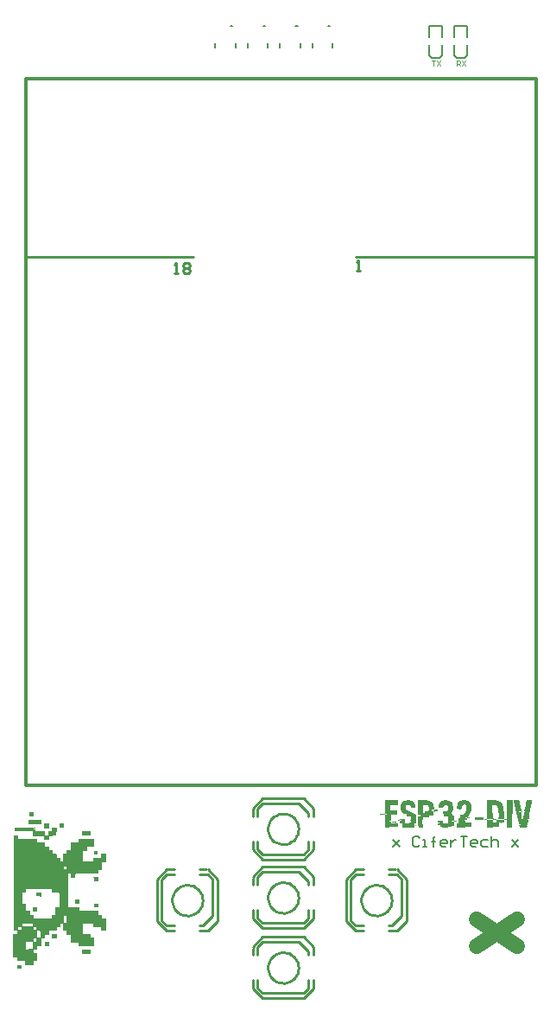
<source format=gto>
G04*
G04 #@! TF.GenerationSoftware,Altium Limited,Altium Designer,20.1.7 (139)*
G04*
G04 Layer_Color=65535*
%FSLAX25Y25*%
%MOIN*%
G70*
G04*
G04 #@! TF.SameCoordinates,5ECA0F7F-463D-40B6-9D18-12E9E7DCF4CC*
G04*
G04*
G04 #@! TF.FilePolarity,Positive*
G04*
G01*
G75*
%ADD10C,0.00787*%
%ADD11C,0.01000*%
%ADD12C,0.00100*%
%ADD13C,0.00500*%
%ADD14C,0.01181*%
%ADD15C,0.05906*%
%ADD16C,0.00394*%
G36*
X368168Y368512D02*
X368300Y368498D01*
X368460Y368468D01*
X368649Y368439D01*
X368839Y368381D01*
X369028Y368323D01*
X369233Y368250D01*
X369422Y368162D01*
X369612Y368060D01*
X369801Y367929D01*
X369962Y367769D01*
X370107Y367608D01*
X370239Y367404D01*
Y367389D01*
X370253Y367360D01*
X370282Y367317D01*
X370297Y367258D01*
X370341Y367185D01*
X370370Y367083D01*
X370443Y366879D01*
X370516Y366617D01*
X370589Y366340D01*
X370632Y366034D01*
X370647Y365727D01*
X370574D01*
X370516Y365713D01*
X370443D01*
X370341Y365698D01*
X370224D01*
X369976Y365684D01*
X369699Y365654D01*
X369437Y365640D01*
X369189Y365625D01*
X368985D01*
Y365654D01*
Y365727D01*
X368970Y365829D01*
X368941Y365961D01*
X368897Y366121D01*
X368824Y366281D01*
X368737Y366442D01*
X368620Y366602D01*
X368606Y366617D01*
X368562Y366631D01*
X368504Y366660D01*
X368416Y366704D01*
X368212Y366777D01*
X368110Y366792D01*
X367993Y366806D01*
X367673D01*
X367585Y366792D01*
X367454Y366777D01*
X367308Y366733D01*
X367148Y366660D01*
X367002Y366559D01*
X366871Y366413D01*
X366783Y366223D01*
Y366194D01*
X366769Y366121D01*
X366754Y366034D01*
Y365946D01*
Y365800D01*
Y365786D01*
Y365771D01*
Y365727D01*
X366769Y365669D01*
X366798Y365523D01*
X366871Y365334D01*
X366973Y365144D01*
X367046Y365042D01*
X367119Y364940D01*
X367221Y364853D01*
X367337Y364765D01*
X367468Y364678D01*
X367629Y364605D01*
X367658Y364590D01*
X367716Y364561D01*
X367804Y364503D01*
X367877Y364474D01*
X367950Y364444D01*
X368052Y364386D01*
X368168Y364342D01*
X368300Y364284D01*
X368460Y364211D01*
X368635Y364138D01*
X368839Y364051D01*
X368868Y364036D01*
X368941Y364007D01*
X369058Y363934D01*
X369203Y363861D01*
X369378Y363759D01*
X369553Y363643D01*
X369758Y363497D01*
X369947Y363351D01*
Y363336D01*
X368110D01*
Y363132D01*
X370545D01*
Y362841D01*
X370851D01*
Y359633D01*
X370253D01*
Y358000D01*
X365559D01*
Y359633D01*
X364450D01*
Y360741D01*
X365077D01*
Y361120D01*
X364450D01*
Y360741D01*
X363765D01*
Y361120D01*
X364450D01*
Y361383D01*
X366594D01*
Y359633D01*
X368795D01*
Y362272D01*
X367148D01*
Y363132D01*
X365107D01*
Y363336D01*
X366098D01*
Y363351D01*
X366083Y363365D01*
X366040Y363395D01*
X365981Y363438D01*
X365894Y363511D01*
X365792Y363599D01*
X365690Y363701D01*
X365573Y363832D01*
X365456Y363978D01*
X365325Y364138D01*
X365209Y364328D01*
X365107Y364532D01*
X365004Y364751D01*
X364917Y364984D01*
X364859Y365246D01*
X364815Y365509D01*
X364800Y365800D01*
Y365932D01*
Y365946D01*
Y365990D01*
Y366063D01*
X364815Y366150D01*
X364829Y366267D01*
X364844Y366384D01*
X364902Y366675D01*
X365004Y367010D01*
X365150Y367346D01*
X365238Y367506D01*
X365354Y367667D01*
X365471Y367812D01*
X365617Y367944D01*
X365631D01*
X365646Y367973D01*
X365690Y368002D01*
X365748Y368031D01*
X365835Y368075D01*
X365923Y368133D01*
X366040Y368177D01*
X366171Y368235D01*
X366317Y368293D01*
X366492Y368337D01*
X366681Y368395D01*
X366885Y368439D01*
X367104Y368468D01*
X367337Y368498D01*
X367600Y368527D01*
X368037D01*
X368168Y368512D01*
D02*
G37*
G36*
X378097Y364240D02*
Y364226D01*
X378083Y364211D01*
X378039Y364124D01*
X377981Y364007D01*
X377966Y363876D01*
X377908D01*
X377893Y363905D01*
X377879Y363963D01*
X377864Y364007D01*
Y364080D01*
X377835Y364109D01*
X377791Y364153D01*
X377762Y364196D01*
X377733Y364255D01*
X377777Y364284D01*
X377820D01*
X377835Y364269D01*
X377864Y364240D01*
X377893Y364182D01*
X377908Y364138D01*
X378024Y364284D01*
X378097D01*
Y364240D01*
D02*
G37*
G36*
X415699Y368541D02*
X415685Y368498D01*
X415670Y368425D01*
X415641Y368323D01*
X415626Y368206D01*
X415582Y368075D01*
X415553Y367914D01*
X415510Y367725D01*
X415466Y367535D01*
X415422Y367331D01*
X415320Y366879D01*
X415203Y366398D01*
X415101Y365902D01*
X414985Y365407D01*
X414868Y364926D01*
X414766Y364474D01*
X414722Y364255D01*
X414678Y364065D01*
X414635Y363876D01*
X414606Y363715D01*
X414562Y363570D01*
X414547Y363438D01*
X414518Y363336D01*
X414503Y363249D01*
X414489Y363205D01*
Y363176D01*
Y361339D01*
X413862D01*
Y360960D01*
X414329D01*
Y359895D01*
X413497D01*
Y358000D01*
X410873D01*
X410858Y358015D01*
X410844Y358044D01*
X410829Y358102D01*
X410800Y358190D01*
X410756Y358335D01*
X410742Y358437D01*
X410713Y358540D01*
X410684Y358656D01*
X410654Y358802D01*
X411340D01*
Y359254D01*
X410581D01*
X410567Y359268D01*
Y359298D01*
X410538Y359356D01*
X410509Y359458D01*
X410494Y359531D01*
X410479Y359618D01*
X410450Y359706D01*
X410436Y359823D01*
X410406Y359954D01*
X410377Y360100D01*
Y360129D01*
X410363Y360172D01*
X410334Y360275D01*
X410319Y360333D01*
X410304Y360406D01*
X410275Y360508D01*
X410246Y360610D01*
X410217Y360741D01*
X410188Y360887D01*
X410144Y361062D01*
X410100Y361251D01*
X410057Y361470D01*
X409998Y361718D01*
X409925Y361980D01*
X409867Y362286D01*
X409780Y362607D01*
X409707Y362957D01*
X409619Y363351D01*
X409517Y363774D01*
X409415Y364240D01*
X409299Y364736D01*
X409182Y365261D01*
X409051Y365844D01*
X408905Y366456D01*
X408759Y367112D01*
X408599Y367812D01*
X408424Y368556D01*
X410654D01*
Y368541D01*
X410669Y368512D01*
Y368468D01*
X410684Y368396D01*
X410713Y368293D01*
X410742Y368162D01*
X410771Y367973D01*
X410815Y367754D01*
X410873Y367477D01*
X410902Y367317D01*
X410946Y367142D01*
X410975Y366952D01*
X411019Y366748D01*
X411063Y366529D01*
X411121Y366281D01*
X411179Y366034D01*
X411223Y365757D01*
X411296Y365450D01*
X411354Y365144D01*
X411427Y364809D01*
X411500Y364444D01*
X411967D01*
Y364036D01*
X411413D01*
Y364444D01*
X410625D01*
Y364036D01*
X411413D01*
Y362141D01*
X411660D01*
Y361164D01*
X412287D01*
Y362607D01*
X412506D01*
Y364036D01*
X412958D01*
Y364444D01*
X412608D01*
Y364459D01*
X412623Y364488D01*
Y364546D01*
X412637Y364619D01*
X412666Y364707D01*
X412681Y364809D01*
X412710Y364926D01*
X412739Y365057D01*
X412798Y365363D01*
X412871Y365698D01*
X412944Y366063D01*
X413031Y366442D01*
X413104Y366806D01*
X413177Y367185D01*
X413250Y367521D01*
X413322Y367842D01*
X413381Y368119D01*
X413395Y368235D01*
X413425Y368323D01*
X413439Y368410D01*
X413454Y368483D01*
X413468Y368527D01*
Y368556D01*
X415699D01*
Y368541D01*
D02*
G37*
G36*
X378068Y363672D02*
X377966D01*
Y363380D01*
Y363365D01*
X377952Y363351D01*
X377879D01*
X377864Y363380D01*
Y363672D01*
X377747D01*
Y363759D01*
X378068D01*
Y363672D01*
D02*
G37*
G36*
X371288Y363132D02*
X370545D01*
Y363336D01*
X371288D01*
Y363132D01*
D02*
G37*
G36*
X400944Y361645D02*
X400929Y361616D01*
X400886Y361558D01*
X400842Y361485D01*
X400828Y361441D01*
X400973Y361208D01*
X400828D01*
Y361222D01*
X400813Y361251D01*
X400798Y361295D01*
X400740Y361353D01*
X400725Y361339D01*
X400696Y361280D01*
X400667Y361237D01*
X400623Y361208D01*
X400521D01*
Y361222D01*
X400536Y361237D01*
X400580Y361324D01*
X400638Y361397D01*
X400667Y361426D01*
X400682Y361441D01*
X400536Y361660D01*
X400638D01*
X400667Y361645D01*
X400696Y361616D01*
X400755Y361543D01*
X400769Y361558D01*
X400798Y361587D01*
X400813Y361630D01*
X400828Y361660D01*
X400944D01*
Y361645D01*
D02*
G37*
G36*
X402738D02*
X402796D01*
Y361558D01*
X402738D01*
Y361455D01*
X402635D01*
Y361558D01*
X402446D01*
Y361630D01*
X402460Y361645D01*
X402475Y361674D01*
X402548Y361762D01*
X402606Y361864D01*
X402621Y361908D01*
X402635Y361922D01*
X402738D01*
Y361645D01*
D02*
G37*
G36*
X396555Y362010D02*
X396658Y361951D01*
X396687Y361908D01*
X396701Y361835D01*
Y361222D01*
Y361208D01*
Y361193D01*
X396672Y361120D01*
X396628Y361076D01*
X396585Y361033D01*
X396512Y361018D01*
X396410Y361003D01*
X393712D01*
X393610Y361033D01*
X393552Y361062D01*
X393508Y361091D01*
X393479Y361149D01*
X393465Y361222D01*
Y361835D01*
Y361849D01*
Y361864D01*
X393508Y361937D01*
X393537Y361980D01*
X393596Y362010D01*
X393669Y362024D01*
X393771Y362039D01*
X396439D01*
X396555Y362010D01*
D02*
G37*
G36*
X368737Y361105D02*
Y361091D01*
Y361033D01*
X368533D01*
Y360974D01*
X368708D01*
Y360916D01*
Y360901D01*
X368679Y360887D01*
X368533D01*
Y360814D01*
X368737D01*
Y360756D01*
Y360741D01*
X368722Y360726D01*
X368460D01*
X368445Y360741D01*
X368431Y360756D01*
Y361091D01*
X368445Y361105D01*
X368475Y361120D01*
X368722D01*
X368737Y361105D01*
D02*
G37*
G36*
X368752Y360595D02*
Y360581D01*
Y360566D01*
X368722Y360552D01*
X368679Y360464D01*
X368620Y360347D01*
X368606Y360275D01*
X368591Y360202D01*
X368533D01*
X368518Y360231D01*
X368504Y360289D01*
X368489Y360333D01*
Y360406D01*
X368475Y360435D01*
X368445Y360493D01*
X368402Y360552D01*
X368387Y360610D01*
X368445D01*
X368475Y360595D01*
X368504Y360552D01*
X368577Y360464D01*
X368591Y360493D01*
X368606Y360537D01*
X368620Y360581D01*
X368649Y360610D01*
X368737D01*
X368752Y360595D01*
D02*
G37*
G36*
X361622Y360114D02*
X361811Y359823D01*
X361695D01*
Y359837D01*
X361666Y359852D01*
X361622Y359925D01*
X361563Y359998D01*
X361549Y360012D01*
X361534Y360027D01*
X361520Y360012D01*
X361505Y359998D01*
X361491Y359983D01*
Y359823D01*
X361374D01*
Y360304D01*
X361491D01*
Y360129D01*
X361505D01*
Y360143D01*
X361534Y360172D01*
X361578Y360216D01*
X361622Y360260D01*
X361680Y360304D01*
X361797D01*
X361622Y360114D01*
D02*
G37*
G36*
X408059Y368527D02*
Y363395D01*
Y363380D01*
X408045Y363366D01*
X408030Y363351D01*
X407782D01*
Y358029D01*
Y358015D01*
X407753Y358000D01*
X406018D01*
X406003Y358015D01*
X405989Y358029D01*
Y360799D01*
X405012D01*
Y360100D01*
X402869D01*
Y358219D01*
X400434D01*
Y358000D01*
X398086D01*
X398072Y358029D01*
Y360799D01*
X397153D01*
Y361135D01*
X398086D01*
Y360799D01*
X400434D01*
Y361135D01*
X401892D01*
Y361412D01*
X402869D01*
Y363657D01*
X402592D01*
Y364576D01*
Y364590D01*
Y364649D01*
Y364721D01*
X402577Y364824D01*
Y364955D01*
X402563Y365086D01*
X402504Y365407D01*
X402417Y365742D01*
X402300Y366077D01*
X402213Y366223D01*
X402125Y366354D01*
X402008Y366471D01*
X401892Y366559D01*
X401877Y366573D01*
X401819Y366602D01*
X401717Y366631D01*
X401571Y366690D01*
X401396Y366733D01*
X401163Y366763D01*
X400900Y366792D01*
X400580Y366806D01*
X400157D01*
Y363715D01*
X400434D01*
Y361135D01*
X398320D01*
Y363511D01*
X398072D01*
Y368556D01*
X401367D01*
X401469Y368541D01*
X401615D01*
X401775Y368512D01*
X401965Y368483D01*
X402169Y368439D01*
X402388Y368381D01*
X402621Y368308D01*
X402854Y368221D01*
X403087Y368104D01*
X403306Y367973D01*
X403525Y367827D01*
X403729Y367637D01*
X403904Y367433D01*
X404064Y367185D01*
X404079Y367171D01*
X404093Y367142D01*
X404123Y367069D01*
X404166Y366981D01*
X404210Y366865D01*
X404268Y366719D01*
X404327Y366544D01*
X404385Y366340D01*
X404443Y366121D01*
X404487Y365859D01*
X404545Y365567D01*
X404589Y365246D01*
X404633Y364896D01*
X404662Y364517D01*
X404691Y364109D01*
Y363657D01*
X405012D01*
Y361135D01*
X401892D01*
Y360799D01*
X400434D01*
Y360100D01*
X401892D01*
Y360799D01*
X405012D01*
Y361135D01*
X405989D01*
Y363482D01*
X405449D01*
X405435Y363511D01*
Y363744D01*
Y363759D01*
Y363774D01*
X405449Y363788D01*
X405989D01*
Y368527D01*
X406003Y368541D01*
X406033Y368556D01*
X408045D01*
X408059Y368527D01*
D02*
G37*
G36*
X368708Y360056D02*
Y359720D01*
Y359706D01*
X368679Y359691D01*
X368620D01*
Y359910D01*
X368606D01*
X368533Y359691D01*
X368489D01*
X368460Y359720D01*
X368445Y359750D01*
X368431Y359779D01*
X368416Y359837D01*
X368402Y359910D01*
X368387D01*
Y359691D01*
X368314D01*
X368300Y359720D01*
Y360056D01*
Y360070D01*
X368329Y360085D01*
X368416D01*
X368431Y360056D01*
X368445Y360027D01*
X368460Y359983D01*
X368475Y359925D01*
X368489Y359852D01*
X368518D01*
Y359866D01*
X368533Y359895D01*
X368547Y359968D01*
X368577Y360056D01*
X368591Y360070D01*
X368606Y360085D01*
X368693D01*
X368708Y360056D01*
D02*
G37*
G36*
X362307Y360289D02*
X362365Y360245D01*
X362409Y360158D01*
X362395Y360143D01*
X362380Y360100D01*
X362336Y360041D01*
X362351D01*
X362365Y360012D01*
X362380Y359983D01*
Y359954D01*
X362395Y359895D01*
X362409Y359823D01*
X362322D01*
X362293Y359852D01*
X362278Y359895D01*
X362263Y359939D01*
Y359998D01*
X362118D01*
Y359823D01*
X361986D01*
Y360304D01*
X362263D01*
X362307Y360289D01*
D02*
G37*
G36*
X362949Y360275D02*
X362978Y360245D01*
X363021Y360216D01*
X363051Y360158D01*
X363065Y360085D01*
Y360027D01*
Y360012D01*
Y359983D01*
X363036Y359954D01*
X363007Y359895D01*
Y359881D01*
X363036D01*
X363051Y359866D01*
X363065Y359837D01*
Y359823D01*
X363036Y359808D01*
X363007Y359779D01*
X362992Y359793D01*
X362978Y359808D01*
X362949Y359837D01*
X362861Y359823D01*
X362774D01*
X362701Y359852D01*
X362672Y359881D01*
X362643Y359939D01*
X362613Y359998D01*
X362599Y360085D01*
Y360100D01*
X362613Y360114D01*
X362643Y360202D01*
X362701Y360275D01*
X362744Y360289D01*
X362803Y360304D01*
X362890D01*
X362949Y360275D01*
D02*
G37*
G36*
X403933Y360027D02*
Y359998D01*
X403918Y359954D01*
X403904Y359895D01*
X403875Y359808D01*
X403831Y359706D01*
X403787Y359560D01*
X403685D01*
X403671Y359575D01*
Y359589D01*
X403656Y359618D01*
X403627Y359677D01*
X403598Y359764D01*
X403569Y359881D01*
X403525Y360041D01*
X403627D01*
X403714Y359735D01*
X403729D01*
Y359750D01*
X403744Y359779D01*
Y359823D01*
X403773Y359881D01*
X403787Y359954D01*
X403816Y360041D01*
X403933D01*
Y360027D01*
D02*
G37*
G36*
X382646Y368527D02*
X382807Y368512D01*
X382967Y368483D01*
X383156Y368454D01*
X383346Y368410D01*
X383550Y368352D01*
X383754Y368279D01*
X383958Y368191D01*
X384148Y368089D01*
X384323Y367958D01*
X384483Y367812D01*
X384629Y367652D01*
X384746Y367462D01*
X384760Y367433D01*
X384804Y367346D01*
X384862Y367200D01*
X384921Y367010D01*
X384979Y366748D01*
X385037Y366456D01*
X385081Y366107D01*
X385096Y365713D01*
Y365392D01*
Y365377D01*
Y365348D01*
Y365290D01*
Y365217D01*
X385081Y365130D01*
X385067Y365042D01*
X385037Y364809D01*
X384979Y364561D01*
X384906Y364313D01*
X384789Y364080D01*
X384644Y363876D01*
Y363191D01*
X384658Y363176D01*
X384687Y363147D01*
X384746Y363088D01*
X384804Y363030D01*
X384877Y362943D01*
X384964Y362841D01*
X385125Y362593D01*
X385373D01*
Y360566D01*
X386670Y360566D01*
Y360289D01*
X385373Y360289D01*
Y360566D01*
X384410D01*
Y360289D01*
X385373D01*
Y358714D01*
X384644D01*
Y358233D01*
X383346D01*
Y358000D01*
X380970D01*
Y358233D01*
X380080D01*
Y358875D01*
X379264D01*
Y359750D01*
X379818D01*
Y359910D01*
X379264D01*
Y360683D01*
X381130D01*
Y359633D01*
X383040D01*
Y362243D01*
X383536D01*
Y362403D01*
X381553D01*
Y363336D01*
X381319D01*
Y363365D01*
Y363409D01*
Y363482D01*
X381334Y363599D01*
Y363744D01*
Y363949D01*
X381349Y364065D01*
Y364196D01*
X382165D01*
X382267Y364211D01*
X382398Y364226D01*
X382544Y364255D01*
X382704Y364313D01*
X382850Y364401D01*
X382982Y364503D01*
X383025Y364576D01*
X383054Y364663D01*
Y364678D01*
X383069Y364707D01*
X383084Y364765D01*
X383113Y364838D01*
X383127Y364926D01*
X383142Y365042D01*
X383156Y365159D01*
Y365305D01*
Y365654D01*
Y365669D01*
Y365698D01*
Y365727D01*
Y365786D01*
X383142Y365932D01*
X383113Y366092D01*
X383069Y366267D01*
X382996Y366442D01*
X382909Y366588D01*
X382850Y366646D01*
X382792Y366690D01*
X382777D01*
X382763Y366704D01*
X382675Y366733D01*
X382559Y366763D01*
X382428Y366777D01*
X382209D01*
X382121Y366763D01*
X382005Y366733D01*
X381859Y366690D01*
X381698Y366588D01*
X381553Y366456D01*
X381494Y366369D01*
X381421Y366267D01*
X381378Y366150D01*
X381334Y366019D01*
Y366004D01*
X381319Y365975D01*
X381305Y365932D01*
X381290Y365859D01*
X381276Y365786D01*
X381261Y365684D01*
X381246Y365465D01*
X379497Y365552D01*
Y365567D01*
Y365582D01*
Y365640D01*
Y365713D01*
X379511Y365815D01*
X379526Y365946D01*
X379541Y366092D01*
X379555Y366252D01*
X379584Y366427D01*
X379672Y366806D01*
X379803Y367185D01*
X379876Y367375D01*
X379978Y367565D01*
X380080Y367725D01*
X380211Y367885D01*
X380226Y367900D01*
X380241Y367914D01*
X380284Y367944D01*
X380343Y367987D01*
X380401Y368031D01*
X380488Y368089D01*
X380605Y368148D01*
X380722Y368221D01*
X380853Y368279D01*
X381013Y368337D01*
X381188Y368395D01*
X381392Y368439D01*
X381596Y368483D01*
X381830Y368512D01*
X382078Y368541D01*
X382530D01*
X382646Y368527D01*
D02*
G37*
G36*
X404764Y360012D02*
X404793Y359968D01*
X404837Y359925D01*
X404852Y359852D01*
X404866Y359764D01*
Y359735D01*
X404837Y359677D01*
X404808Y359633D01*
X404779Y359604D01*
X404720Y359575D01*
X404647Y359560D01*
X404443D01*
Y360041D01*
X404677D01*
X404764Y360012D01*
D02*
G37*
G36*
X404239Y359560D02*
X404108D01*
Y360041D01*
X404239D01*
Y359560D01*
D02*
G37*
G36*
X403248Y360027D02*
X403262Y359983D01*
X403292Y359925D01*
X403306Y359852D01*
X403364Y359691D01*
X403379Y359618D01*
X403394Y359560D01*
X403306D01*
X403292Y359575D01*
X403277Y359604D01*
X403262Y359662D01*
X403117D01*
X403087Y359648D01*
X403073Y359618D01*
X403058Y359560D01*
X402956D01*
Y359575D01*
Y359589D01*
X402971Y359604D01*
Y359633D01*
X403000Y359691D01*
X403029Y359779D01*
X403058Y359895D01*
X403117Y360041D01*
X403248D01*
Y360027D01*
D02*
G37*
G36*
X413891Y359793D02*
X413935Y359764D01*
X413979Y359691D01*
X413920Y359575D01*
X413935D01*
X413949Y359545D01*
X413964Y359502D01*
X413979Y359443D01*
Y359385D01*
X413906D01*
X413877Y359400D01*
X413862Y359458D01*
X413847Y359487D01*
Y359545D01*
X413716D01*
Y359385D01*
X413614D01*
Y359808D01*
X413862D01*
X413891Y359793D01*
D02*
G37*
G36*
X370603Y359531D02*
X370647Y359487D01*
X370676Y359414D01*
X370661D01*
X370647Y359400D01*
X370632Y359385D01*
X370647Y359370D01*
X370661Y359341D01*
X370676Y359298D01*
X370691Y359254D01*
X370676Y359239D01*
X370647Y359210D01*
X370589Y359166D01*
X370486Y359152D01*
X370370D01*
X370355Y359181D01*
Y359545D01*
X370559D01*
X370603Y359531D01*
D02*
G37*
G36*
X363926Y359400D02*
Y359385D01*
Y359356D01*
Y359298D01*
Y359239D01*
X363911Y359181D01*
Y359123D01*
X363896Y359093D01*
X363882Y359079D01*
X363867D01*
X363853Y359108D01*
X363838Y359137D01*
Y359181D01*
X363823Y359239D01*
Y359312D01*
Y359414D01*
X363926D01*
Y359400D01*
D02*
G37*
G36*
Y358948D02*
X363823D01*
Y359064D01*
X363926D01*
Y358948D01*
D02*
G37*
G36*
X413920Y359166D02*
Y359152D01*
X413906Y359137D01*
X413716D01*
Y359079D01*
X413877D01*
Y358977D01*
X413716D01*
Y358802D01*
X413614D01*
Y359225D01*
X413920D01*
Y359166D01*
D02*
G37*
G36*
X370691Y358671D02*
Y358656D01*
X370676Y358642D01*
X370618D01*
X370589Y358671D01*
X370574Y358700D01*
X370545Y358729D01*
X370501Y358787D01*
X370443Y358860D01*
Y358671D01*
Y358656D01*
X370428Y358642D01*
X370370D01*
X370355Y358671D01*
Y359035D01*
X370428D01*
X370457Y359006D01*
X370472Y358977D01*
X370501Y358933D01*
X370530Y358875D01*
X370574Y358787D01*
X370603D01*
Y359035D01*
X370691D01*
Y358671D01*
D02*
G37*
G36*
X413716Y358219D02*
X413614D01*
Y358656D01*
X413716D01*
Y358219D01*
D02*
G37*
G36*
X389688Y368527D02*
X389805D01*
X389965Y368498D01*
X390140Y368468D01*
X390330Y368439D01*
X390534Y368381D01*
X390738Y368323D01*
X390942Y368235D01*
X391161Y368133D01*
X391351Y368017D01*
X391540Y367871D01*
X391700Y367696D01*
X391832Y367506D01*
X391948Y367287D01*
Y367273D01*
X391963Y367258D01*
X391977Y367215D01*
X391992Y367156D01*
X392007Y367083D01*
X392036Y367010D01*
X392094Y366792D01*
X392138Y366529D01*
X392181Y366223D01*
X392211Y365873D01*
X392225Y365480D01*
Y365465D01*
Y365392D01*
X392211Y365290D01*
X392196Y365159D01*
X392167Y364984D01*
X392138Y364794D01*
X392079Y364576D01*
X392007Y364328D01*
X391904Y364051D01*
X391788Y363774D01*
X391642Y363468D01*
X391482Y363161D01*
X391278Y362841D01*
X391030Y362520D01*
X390767Y362185D01*
X390446Y361864D01*
X391642D01*
Y361733D01*
X390374D01*
Y361120D01*
X389426D01*
Y360566D01*
X389805D01*
Y359808D01*
X392342D01*
Y358160D01*
X389805D01*
Y358000D01*
X386525D01*
Y359662D01*
X387151D01*
Y361470D01*
X387720D01*
Y362884D01*
X388158D01*
Y363045D01*
X389134D01*
Y363059D01*
X389163Y363074D01*
X389222Y363147D01*
X389324Y363263D01*
X389455Y363409D01*
X389572Y363570D01*
X389703Y363744D01*
X389805Y363905D01*
X389893Y364051D01*
X389907Y364080D01*
X389951Y364153D01*
X390009Y364284D01*
X390082Y364459D01*
X390155Y364663D01*
X390213Y364911D01*
X390257Y365173D01*
X390272Y365465D01*
Y365480D01*
Y365509D01*
Y365552D01*
Y365625D01*
X390257Y365786D01*
X390228Y365990D01*
X390199Y366194D01*
X390140Y366398D01*
X390067Y366573D01*
X390024Y366631D01*
X389965Y366690D01*
X389951D01*
X389922Y366704D01*
X389878Y366733D01*
X389834Y366763D01*
X389688Y366806D01*
X389513Y366821D01*
X389280D01*
X389207Y366806D01*
X389091Y366777D01*
X388945Y366719D01*
X388799Y366602D01*
X388726Y366544D01*
X388653Y366456D01*
X388595Y366354D01*
X388537Y366238D01*
X388478Y366107D01*
X388435Y365946D01*
Y365932D01*
X388420Y365873D01*
X388405Y365771D01*
X388376Y365654D01*
X388362Y365523D01*
X388332Y365377D01*
X388318Y365057D01*
X388303Y365042D01*
X388230D01*
X388158Y365057D01*
X388041D01*
X387924Y365071D01*
X387778Y365086D01*
X387458Y365115D01*
X387151Y365130D01*
X386991Y365144D01*
X386860Y365159D01*
X386743D01*
X386641Y365173D01*
X386525D01*
Y365188D01*
Y365232D01*
Y365290D01*
Y365377D01*
X386539Y365480D01*
X386554Y365611D01*
Y365742D01*
X386583Y365902D01*
X386627Y366238D01*
X386700Y366588D01*
X386802Y366967D01*
X386933Y367331D01*
X386947Y367346D01*
X386962Y367389D01*
X387006Y367462D01*
X387078Y367565D01*
X387151Y367667D01*
X387253Y367798D01*
X387385Y367929D01*
X387530Y368060D01*
X387545D01*
X387560Y368075D01*
X387603Y368104D01*
X387662Y368133D01*
X387735Y368177D01*
X387822Y368206D01*
X387924Y368250D01*
X388041Y368308D01*
X388172Y368352D01*
X388318Y368396D01*
X388653Y368468D01*
X389047Y368527D01*
X389499Y368541D01*
X389586D01*
X389688Y368527D01*
D02*
G37*
G36*
X374496Y368527D02*
X374656D01*
X374846Y368498D01*
X375065Y368483D01*
X375312Y368439D01*
X375560Y368395D01*
X375808Y368323D01*
X376071Y368250D01*
X376333Y368148D01*
X376566Y368031D01*
X376800Y367885D01*
X377004Y367725D01*
X377179Y367535D01*
X377325Y367317D01*
Y367302D01*
X377339Y367287D01*
X377368Y367244D01*
X377383Y367171D01*
X377412Y367098D01*
X377456Y367010D01*
X377485Y366894D01*
X377529Y366777D01*
X377587Y366486D01*
X377660Y366150D01*
X377704Y365757D01*
X377718Y365334D01*
Y365319D01*
Y365290D01*
Y365246D01*
Y365202D01*
X377704Y365057D01*
Y364896D01*
X379205D01*
Y364386D01*
X377645D01*
Y362593D01*
X375910D01*
Y361980D01*
X374846D01*
X374452Y361966D01*
X373607D01*
Y361033D01*
X373242D01*
Y359385D01*
X373446D01*
Y358000D01*
X371799D01*
Y358642D01*
X371565D01*
Y359181D01*
Y359196D01*
Y359225D01*
Y359283D01*
Y359356D01*
Y359473D01*
Y359589D01*
Y359750D01*
Y359925D01*
Y360129D01*
Y360347D01*
Y360595D01*
Y360872D01*
X371551Y361178D01*
Y361514D01*
Y361878D01*
Y362257D01*
X372557D01*
Y362797D01*
X371551D01*
Y368541D01*
X374379D01*
X374496Y368527D01*
D02*
G37*
G36*
X363896Y366835D02*
Y366821D01*
X363882Y366806D01*
X363853Y366792D01*
X360762D01*
Y364503D01*
X363546D01*
Y364488D01*
Y364459D01*
Y364401D01*
Y364313D01*
X363532Y364167D01*
Y364080D01*
Y363978D01*
X363517Y363847D01*
Y363701D01*
Y363540D01*
X363503Y363365D01*
X363488Y363336D01*
X363619D01*
Y362811D01*
X361214D01*
Y360639D01*
X360572D01*
Y360420D01*
X361214D01*
Y359764D01*
X363926D01*
Y359516D01*
X363721D01*
Y358219D01*
X360470D01*
Y358000D01*
X358910D01*
Y361776D01*
X358691D01*
Y363118D01*
X357015D01*
Y363336D01*
X358691D01*
Y368556D01*
X363896D01*
Y366835D01*
D02*
G37*
%LPC*%
G36*
X402635Y361747D02*
X402621Y361733D01*
X402592Y361703D01*
X402548Y361645D01*
X402635D01*
Y361747D01*
D02*
G37*
G36*
X407024Y363788D02*
X406003D01*
Y363482D01*
X407024D01*
Y363788D01*
D02*
G37*
G36*
X362263Y360202D02*
X362118D01*
Y360085D01*
X362263D01*
X362278Y360100D01*
Y360129D01*
Y360158D01*
Y360172D01*
Y360187D01*
X362263Y360202D01*
D02*
G37*
G36*
X362817Y360216D02*
X362803D01*
X362774Y360187D01*
X362730Y360143D01*
X362715Y360085D01*
Y360041D01*
Y360027D01*
X362730Y359983D01*
X362774Y359925D01*
X362847Y359910D01*
X362861D01*
Y359939D01*
X362832D01*
Y359954D01*
X362847Y359968D01*
X362861Y359983D01*
X362890Y359998D01*
X362934Y359968D01*
Y359983D01*
Y360012D01*
X362949Y360070D01*
Y360100D01*
X362934Y360143D01*
X362890Y360187D01*
X362817Y360216D01*
D02*
G37*
G36*
X404677Y359925D02*
X404574D01*
Y359662D01*
X404677D01*
X404691Y359677D01*
X404720Y359691D01*
X404749Y359735D01*
Y359852D01*
X404735Y359866D01*
X404720Y359895D01*
X404677Y359925D01*
D02*
G37*
G36*
X403189Y359895D02*
X403160D01*
Y359866D01*
X403146Y359823D01*
X403131Y359750D01*
X403219D01*
Y359764D01*
X403204Y359808D01*
X403189Y359866D01*
Y359895D01*
D02*
G37*
G36*
X413847Y359735D02*
X413716D01*
Y359633D01*
X413847D01*
X413862Y359648D01*
Y359677D01*
Y359691D01*
Y359706D01*
Y359720D01*
X413847Y359735D01*
D02*
G37*
G36*
X370559Y359458D02*
X370457D01*
Y359400D01*
X370545D01*
X370559Y359429D01*
Y359458D01*
D02*
G37*
G36*
X370545Y359327D02*
X370457D01*
Y359239D01*
X370559D01*
X370574Y359254D01*
Y359283D01*
Y359298D01*
Y359312D01*
X370545Y359327D01*
D02*
G37*
G36*
X389965Y363045D02*
X389193D01*
X389163Y363030D01*
X389120Y362972D01*
X389076Y362943D01*
X389032Y362884D01*
X389965D01*
Y363045D01*
D02*
G37*
G36*
X390417Y361864D02*
X389703D01*
Y361733D01*
X390374D01*
X390417Y361864D01*
D02*
G37*
G36*
X377689Y364896D02*
X376800D01*
Y364386D01*
X377645D01*
Y364401D01*
Y364415D01*
X377660Y364474D01*
Y364546D01*
X377674Y364634D01*
Y364721D01*
X377689Y364794D01*
Y364867D01*
Y364896D01*
D02*
G37*
G36*
X374700Y366748D02*
X373607D01*
Y363759D01*
X374234D01*
Y364182D01*
X375487D01*
X375502Y364196D01*
X375531Y364240D01*
X375560Y364313D01*
X375619Y364430D01*
X375662Y364605D01*
X375677Y364707D01*
X375692Y364823D01*
X375706Y364955D01*
X375721Y365115D01*
X375735Y365275D01*
Y365465D01*
Y365479D01*
Y365509D01*
Y365567D01*
Y365625D01*
X375706Y365800D01*
X375677Y365990D01*
X375619Y366194D01*
X375546Y366384D01*
X375487Y366471D01*
X375429Y366544D01*
X375356Y366588D01*
X375283Y366631D01*
X375269D01*
X375254Y366646D01*
X375196Y366675D01*
X375123Y366690D01*
X375021Y366719D01*
X374875Y366733D01*
X374700Y366748D01*
D02*
G37*
G36*
X359566Y363336D02*
X358706D01*
Y363118D01*
X359566D01*
Y363336D01*
D02*
G37*
%LPD*%
D10*
X299963Y667087D02*
X299176D01*
X299963D01*
X312501D02*
X311714D01*
X312501D01*
X337577D02*
X336790D01*
X337577D01*
X325039D02*
X324252D01*
X325039D01*
X347404Y577905D02*
X351330D01*
X361787Y353411D02*
X364411Y350787D01*
X363099Y352099D01*
X364411Y353411D01*
X361787Y350787D01*
X372283Y354067D02*
X371627Y354723D01*
X370315D01*
X369659Y354067D01*
Y351443D01*
X370315Y350787D01*
X371627D01*
X372283Y351443D01*
X373595Y350787D02*
X374906D01*
X374251D01*
Y353411D01*
X373595D01*
X377530Y350787D02*
Y354067D01*
Y352755D01*
X376874D01*
X378186D01*
X377530D01*
Y354067D01*
X378186Y354723D01*
X382122Y350787D02*
X380810D01*
X380154Y351443D01*
Y352755D01*
X380810Y353411D01*
X382122D01*
X382778Y352755D01*
Y352099D01*
X380154D01*
X384090Y353411D02*
Y350787D01*
Y352099D01*
X384746Y352755D01*
X385402Y353411D01*
X386058D01*
X388026Y354723D02*
X390650D01*
X389338D01*
Y350787D01*
X393929D02*
X392617D01*
X391961Y351443D01*
Y352755D01*
X392617Y353411D01*
X393929D01*
X394585Y352755D01*
Y352099D01*
X391961D01*
X398521Y353411D02*
X396553D01*
X395897Y352755D01*
Y351443D01*
X396553Y350787D01*
X398521D01*
X399833Y354723D02*
Y350787D01*
Y352755D01*
X400489Y353411D01*
X401801D01*
X402457Y352755D01*
Y350787D01*
X407704Y353411D02*
X410328Y350787D01*
X409016Y352099D01*
X410328Y353411D01*
X407704Y350787D01*
D11*
X325420Y330994D02*
X325335Y331993D01*
X325082Y332963D01*
X324669Y333877D01*
X324108Y334708D01*
X323414Y335432D01*
X322608Y336028D01*
X321712Y336480D01*
X320754Y336773D01*
X319759Y336901D01*
X318757Y336858D01*
X317777Y336647D01*
X316846Y336273D01*
X315992Y335747D01*
X315240Y335085D01*
X314610Y334305D01*
X314121Y333429D01*
X313787Y332484D01*
X313617Y331495D01*
Y330493D01*
X313787Y329504D01*
X314121Y328559D01*
X314610Y327683D01*
X315240Y326903D01*
X315992Y326241D01*
X316846Y325715D01*
X317777Y325341D01*
X318757Y325130D01*
X319759Y325087D01*
X320754Y325215D01*
X321712Y325508D01*
X322608Y325960D01*
X323414Y326556D01*
X324108Y327280D01*
X324669Y328111D01*
X325082Y329025D01*
X325335Y329995D01*
X325420Y330994D01*
X288406Y329992D02*
X288321Y330991D01*
X288068Y331961D01*
X287655Y332875D01*
X287094Y333706D01*
X286400Y334430D01*
X285594Y335026D01*
X284698Y335478D01*
X283739Y335771D01*
X282745Y335899D01*
X281743Y335856D01*
X280763Y335645D01*
X279832Y335271D01*
X278978Y334745D01*
X278226Y334083D01*
X277596Y333303D01*
X277107Y332427D01*
X276773Y331482D01*
X276603Y330493D01*
Y329491D01*
X276773Y328502D01*
X277107Y327557D01*
X277596Y326681D01*
X278226Y325901D01*
X278978Y325239D01*
X279832Y324713D01*
X280763Y324339D01*
X281743Y324128D01*
X282745Y324085D01*
X283740Y324213D01*
X284698Y324506D01*
X285594Y324958D01*
X286400Y325554D01*
X287094Y326278D01*
X287655Y327109D01*
X288068Y328023D01*
X288321Y328993D01*
X288406Y329992D01*
X325420Y357494D02*
X325335Y358493D01*
X325082Y359464D01*
X324669Y360377D01*
X324108Y361208D01*
X323414Y361932D01*
X322608Y362528D01*
X321712Y362980D01*
X320754Y363273D01*
X319759Y363401D01*
X318757Y363358D01*
X317777Y363147D01*
X316846Y362773D01*
X315992Y362247D01*
X315240Y361585D01*
X314610Y360805D01*
X314121Y359929D01*
X313787Y358984D01*
X313617Y357995D01*
Y356993D01*
X313787Y356004D01*
X314121Y355059D01*
X314610Y354183D01*
X315240Y353403D01*
X315992Y352741D01*
X316846Y352215D01*
X317777Y351841D01*
X318757Y351630D01*
X319759Y351587D01*
X320754Y351715D01*
X321712Y352008D01*
X322608Y352460D01*
X323414Y353056D01*
X324108Y353780D01*
X324669Y354611D01*
X325082Y355524D01*
X325335Y356495D01*
X325420Y357494D01*
X361406Y329992D02*
X361321Y330991D01*
X361068Y331961D01*
X360655Y332875D01*
X360094Y333706D01*
X359400Y334430D01*
X358594Y335026D01*
X357698Y335478D01*
X356739Y335771D01*
X355745Y335899D01*
X354743Y335856D01*
X353763Y335645D01*
X352832Y335271D01*
X351978Y334745D01*
X351226Y334083D01*
X350596Y333303D01*
X350107Y332427D01*
X349773Y331482D01*
X349603Y330493D01*
Y329491D01*
X349773Y328502D01*
X350107Y327557D01*
X350596Y326681D01*
X351226Y325901D01*
X351978Y325239D01*
X352832Y324713D01*
X353763Y324339D01*
X354743Y324128D01*
X355745Y324085D01*
X356740Y324213D01*
X357698Y324506D01*
X358594Y324958D01*
X359400Y325554D01*
X360094Y326278D01*
X360655Y327109D01*
X361068Y328023D01*
X361321Y328993D01*
X361406Y329992D01*
X325420Y303994D02*
X325335Y304993D01*
X325082Y305963D01*
X324669Y306877D01*
X324108Y307708D01*
X323414Y308432D01*
X322608Y309028D01*
X321712Y309480D01*
X320754Y309773D01*
X319759Y309901D01*
X318757Y309858D01*
X317777Y309647D01*
X316846Y309273D01*
X315992Y308747D01*
X315240Y308085D01*
X314610Y307305D01*
X314121Y306429D01*
X313787Y305484D01*
X313617Y304495D01*
Y303493D01*
X313787Y302504D01*
X314121Y301559D01*
X314610Y300683D01*
X315240Y299903D01*
X315992Y299241D01*
X316846Y298715D01*
X317777Y298341D01*
X318757Y298130D01*
X319759Y298087D01*
X320754Y298215D01*
X321712Y298508D01*
X322608Y298960D01*
X323414Y299556D01*
X324108Y300280D01*
X324669Y301111D01*
X325082Y302025D01*
X325335Y302995D01*
X325420Y303994D01*
X309658Y338874D02*
X311626Y340843D01*
X307690Y338870D02*
X311620Y342810D01*
X313590D01*
X307690Y335847D02*
Y338450D01*
Y323120D02*
Y326153D01*
X331310Y323120D02*
Y326153D01*
Y335847D02*
Y338870D01*
X313590Y342810D02*
X327380D01*
X331310Y338870D01*
X327380Y319190D02*
X331310Y323120D01*
X311630Y319190D02*
X327380D01*
X307690Y323120D02*
X311630Y319190D01*
X311626Y340843D02*
X325658D01*
X329343Y337158D01*
Y335847D02*
Y337158D01*
Y323126D02*
Y326153D01*
X327374Y321158D02*
X329343Y323126D01*
X311626Y321158D02*
X327374D01*
X309658Y323126D02*
X311626Y321158D01*
X309658Y335847D02*
Y338874D01*
Y323126D02*
Y326153D01*
X290374Y339843D02*
X292342Y337874D01*
X290370Y341810D02*
X294310Y337880D01*
Y335910D02*
Y337880D01*
X287347Y341810D02*
X289950D01*
X274620D02*
X277653D01*
X274620Y318190D02*
X277653D01*
X287347D02*
X290370D01*
X294310Y322120D02*
Y335910D01*
X290370Y318190D02*
X294310Y322120D01*
X270690D02*
X274620Y318190D01*
X270690Y322120D02*
Y337870D01*
X274620Y341810D01*
X292342Y323843D02*
Y337874D01*
X288657Y320158D02*
X292342Y323843D01*
X287347Y320158D02*
X288657D01*
X274626D02*
X277653D01*
X272657Y322126D02*
X274626Y320158D01*
X272657Y322126D02*
Y337874D01*
X274626Y339843D01*
X287347D02*
X290374D01*
X274626D02*
X277653D01*
X309658Y365374D02*
X311626Y367342D01*
X307690Y365370D02*
X311620Y369310D01*
X313590D01*
X307690Y362347D02*
Y364950D01*
Y349620D02*
Y352653D01*
X331310Y349620D02*
Y352653D01*
Y362347D02*
Y365370D01*
X313590Y369310D02*
X327380D01*
X331310Y365370D01*
X327380Y345690D02*
X331310Y349620D01*
X311630Y345690D02*
X327380D01*
X307690Y349620D02*
X311630Y345690D01*
X311626Y367342D02*
X325658D01*
X329343Y363657D01*
Y362347D02*
Y363657D01*
Y349626D02*
Y352653D01*
X327374Y347657D02*
X329343Y349626D01*
X311626Y347657D02*
X327374D01*
X309658Y349626D02*
X311626Y347657D01*
X309658Y362347D02*
Y365374D01*
Y349626D02*
Y352653D01*
X363374Y339843D02*
X365342Y337874D01*
X363370Y341810D02*
X367310Y337880D01*
Y335910D02*
Y337880D01*
X360347Y341810D02*
X362950D01*
X347620D02*
X350653D01*
X347620Y318190D02*
X350653D01*
X360347D02*
X363370D01*
X367310Y322120D02*
Y335910D01*
X363370Y318190D02*
X367310Y322120D01*
X343690D02*
X347620Y318190D01*
X343690Y322120D02*
Y337870D01*
X347620Y341810D01*
X365342Y323843D02*
Y337874D01*
X361658Y320158D02*
X365342Y323843D01*
X360347Y320158D02*
X361658D01*
X347626D02*
X350653D01*
X345657Y322126D02*
X347626Y320158D01*
X345657Y322126D02*
Y337874D01*
X347626Y339843D01*
X360347D02*
X363374D01*
X347626D02*
X350653D01*
X309658Y311874D02*
X311626Y313843D01*
X307690Y311870D02*
X311620Y315810D01*
X313590D01*
X307690Y308847D02*
Y311450D01*
Y296120D02*
Y299153D01*
X331310Y296120D02*
Y299153D01*
Y308847D02*
Y311870D01*
X313590Y315810D02*
X327380D01*
X331310Y311870D01*
X327380Y292190D02*
X331310Y296120D01*
X311630Y292190D02*
X327380D01*
X307690Y296120D02*
X311630Y292190D01*
X311626Y313843D02*
X325658D01*
X329343Y310157D01*
Y308847D02*
Y310157D01*
Y296126D02*
Y299153D01*
X327374Y294158D02*
X329343Y296126D01*
X311626Y294158D02*
X327374D01*
X309658Y296126D02*
X311626Y294158D01*
X309658Y308847D02*
Y311874D01*
Y296126D02*
Y299153D01*
X347399Y577899D02*
X417084D01*
X220233Y374198D02*
Y646639D01*
X220247D02*
X417098D01*
X417084Y374198D02*
Y646639D01*
X220233Y374198D02*
X417084D01*
Y542732D02*
Y645639D01*
X347465Y578000D02*
X417150D01*
X220299Y374299D02*
Y646740D01*
X417150D01*
Y374299D02*
Y646740D01*
X220299Y374299D02*
X417150D01*
X220233Y577899D02*
X284659D01*
X220299Y578000D02*
X284724D01*
X277500Y571500D02*
X278833D01*
X278166D01*
Y575499D01*
X277500Y574832D01*
X280832D02*
X281499Y575499D01*
X282832D01*
X283498Y574832D01*
Y574166D01*
X282832Y573499D01*
X283498Y572833D01*
Y572166D01*
X282832Y571500D01*
X281499D01*
X280832Y572166D01*
Y572833D01*
X281499Y573499D01*
X280832Y574166D01*
Y574832D01*
X281499Y573499D02*
X282832D01*
X348000Y572500D02*
X349333D01*
X348666D01*
Y576499D01*
X348000Y575832D01*
D12*
X215500Y344700D02*
X249300D01*
X234500Y320700D02*
X241900D01*
X215500Y344800D02*
X249300D01*
X215500Y344900D02*
X243400D01*
X234500Y345700D02*
X241900D01*
X234500Y347700D02*
X241900D01*
X234500Y347800D02*
X241900D01*
X235900Y347900D02*
X241900D01*
X236000Y348000D02*
X241900D01*
X236000Y348100D02*
X241900D01*
X236000Y348200D02*
X241900D01*
X236000Y348300D02*
X241900D01*
X236000Y348400D02*
X241900D01*
X236000Y348500D02*
X241900D01*
X236000Y348600D02*
X241900D01*
X236000Y348700D02*
X241900D01*
X236000Y348800D02*
X241900D01*
X236000Y348900D02*
X241900D01*
X236000Y349000D02*
X241900D01*
X236000Y349100D02*
X241900D01*
X236000Y349200D02*
X241900D01*
X237400Y349300D02*
X243400D01*
X237500Y349400D02*
X243400D01*
X237500Y349500D02*
X243400D01*
X237500Y349600D02*
X243400D01*
X237500Y349700D02*
X243400D01*
X237500Y349800D02*
X243400D01*
X237500Y349900D02*
X243400D01*
X237500Y350000D02*
X243400D01*
X237500Y350100D02*
X243400D01*
X237500Y350200D02*
X243400D01*
X237500Y350300D02*
X243400D01*
X237500Y350400D02*
X243400D01*
X237500Y350500D02*
X243400D01*
X237500Y350600D02*
X243500D01*
X237500Y350700D02*
X243400D01*
X237500Y350800D02*
X246300D01*
X237500Y350900D02*
X246300D01*
X237500Y351000D02*
X246300D01*
X237500Y351100D02*
X246300D01*
X237500Y351200D02*
X246300D01*
X237500Y351300D02*
X246300D01*
X237500Y351400D02*
X246300D01*
X237500Y351500D02*
X246300D01*
X237500Y351600D02*
X246300D01*
X237500Y351700D02*
X246300D01*
X237500Y351800D02*
X246300D01*
X237500Y351900D02*
X246300D01*
X237500Y352000D02*
X246300D01*
X237400Y352100D02*
X246300D01*
X237500Y352200D02*
X246300D01*
X234500Y345800D02*
X241900D01*
X234500Y345900D02*
X241900D01*
X234500Y346000D02*
X241900D01*
X234500Y346100D02*
X241900D01*
X234500Y346200D02*
X241900D01*
X234500Y346300D02*
X241900D01*
X234500Y346400D02*
X241900D01*
X234500Y346500D02*
X241900D01*
X234500Y346600D02*
X241900D01*
X234500Y346700D02*
X241900D01*
X234500Y346800D02*
X241900D01*
X234500Y346900D02*
X241900D01*
X234500Y347000D02*
X241900D01*
X234500Y347100D02*
X241900D01*
X234500Y347200D02*
X241900D01*
X234500Y347300D02*
X241900D01*
X234500Y347400D02*
X241900D01*
X234500Y347500D02*
X241900D01*
X234500Y347600D02*
X241900D01*
X234400Y345000D02*
X241900D01*
X234500Y345100D02*
X241900D01*
X234500Y345200D02*
X241900D01*
X234500Y345300D02*
X241900D01*
X234500Y345400D02*
X241900D01*
X234500Y345500D02*
X241900D01*
X234500Y345600D02*
X241900D01*
X215500Y340500D02*
X247800D01*
X215500Y340600D02*
X247800D01*
X215500Y340700D02*
X247800D01*
X215500Y340800D02*
X247800D01*
X215500Y340900D02*
X247800D01*
X215500Y341000D02*
X247800D01*
X215500Y341100D02*
X247800D01*
X215500Y341200D02*
X247800D01*
X215500Y341300D02*
X247800D01*
X215500Y341400D02*
X247800D01*
X215500Y341500D02*
X247800D01*
X215500Y341600D02*
X247800D01*
X215500Y341700D02*
X247800D01*
X215500Y341800D02*
X247900D01*
X215500Y341900D02*
X247800D01*
X215500Y343400D02*
X249200D01*
X215500Y343500D02*
X249300D01*
X215500Y343600D02*
X249300D01*
X215500Y343700D02*
X249300D01*
X215500Y343800D02*
X249300D01*
X215500Y343900D02*
X249300D01*
X215500Y344000D02*
X249300D01*
X215500Y344100D02*
X249300D01*
X215500Y344200D02*
X249300D01*
X215500Y344300D02*
X249300D01*
X215500Y344400D02*
X249300D01*
X215500Y344500D02*
X249300D01*
X215500Y344600D02*
X249300D01*
X236000Y342000D02*
X249200D01*
X236000Y342100D02*
X249200D01*
X236000Y342200D02*
X249200D01*
X236000Y342300D02*
X249200D01*
X236000Y342400D02*
X249200D01*
X236000Y342500D02*
X249200D01*
X236000Y342600D02*
X249200D01*
X236000Y342700D02*
X249200D01*
X236000Y342800D02*
X249200D01*
X236000Y342900D02*
X249200D01*
X236000Y343000D02*
X249200D01*
X236000Y343100D02*
X249200D01*
X236000Y343200D02*
X249200D01*
X236000Y343300D02*
X249200D01*
X236000Y321700D02*
X250700D01*
X236000Y321800D02*
X250700D01*
X236000Y321900D02*
X250700D01*
X236000Y322000D02*
X250700D01*
X236000Y322100D02*
X250700D01*
X236000Y322200D02*
X250700D01*
X236000Y322300D02*
X250700D01*
X236000Y322400D02*
X250700D01*
X236000Y322500D02*
X250700D01*
X236000Y322600D02*
X250700D01*
X236000Y322700D02*
X250700D01*
X236000Y322800D02*
X250700D01*
X236000Y322900D02*
X250700D01*
X215500Y321400D02*
X250700D01*
X236000Y321500D02*
X250700D01*
X236000Y321600D02*
X250700D01*
X236000Y323700D02*
X249200D01*
X236000Y323800D02*
X249200D01*
X236000Y323900D02*
X249200D01*
X236000Y324000D02*
X249200D01*
X236000Y324100D02*
X249200D01*
X236000Y324200D02*
X249200D01*
X236000Y324300D02*
X249200D01*
X231600Y324400D02*
X247800D01*
X231600Y324500D02*
X247900D01*
X231600Y324600D02*
X247800D01*
X231600Y324700D02*
X247800D01*
X231600Y324800D02*
X247800D01*
X231600Y324900D02*
X247800D01*
X231600Y325000D02*
X247800D01*
X231600Y325100D02*
X247800D01*
X231600Y325200D02*
X247800D01*
X231600Y325300D02*
X247800D01*
X231600Y325400D02*
X247800D01*
X231600Y325500D02*
X247800D01*
X231600Y325600D02*
X247800D01*
X231600Y325700D02*
X247800D01*
X231600Y325800D02*
X247800D01*
X231600Y325900D02*
X240400D01*
X231600Y326000D02*
X240400D01*
X231600Y326100D02*
X240400D01*
X231600Y326200D02*
X240400D01*
X231600Y326300D02*
X240400D01*
X231600Y326400D02*
X240400D01*
X231600Y326500D02*
X240400D01*
X231600Y326600D02*
X240400D01*
X231600Y326700D02*
X240400D01*
X231600Y326800D02*
X240400D01*
X231600Y326900D02*
X240400D01*
X231600Y327000D02*
X240400D01*
X231600Y327100D02*
X240400D01*
X231600Y327200D02*
X240500D01*
X231600Y327300D02*
X240400D01*
X236000Y323000D02*
X249200D01*
X236000Y323100D02*
X249200D01*
X236000Y323200D02*
X249200D01*
X236000Y323300D02*
X249200D01*
X236000Y323400D02*
X249200D01*
X236000Y323500D02*
X249200D01*
X236000Y323600D02*
X249200D01*
X234500Y320800D02*
X241900D01*
X234500Y320900D02*
X241900D01*
X234500Y321000D02*
X241900D01*
X234500Y321100D02*
X241900D01*
X234500Y321200D02*
X241900D01*
X234400Y321300D02*
X241900D01*
X237400Y315700D02*
X243400D01*
X237500Y315800D02*
X243400D01*
X237500Y315900D02*
X243400D01*
X237500Y316000D02*
X243400D01*
X237500Y316100D02*
X243400D01*
X237500Y316200D02*
X243400D01*
X237500Y316300D02*
X243400D01*
X237500Y316400D02*
X243400D01*
X237500Y316500D02*
X243400D01*
X237500Y316600D02*
X243400D01*
X237500Y316700D02*
X243400D01*
X237500Y316800D02*
X243400D01*
X237500Y316900D02*
X243400D01*
X237400Y317000D02*
X243400D01*
X236000Y317100D02*
X241900D01*
X236000Y317200D02*
X241900D01*
X236000Y317300D02*
X241900D01*
X236000Y317400D02*
X241900D01*
X236000Y317500D02*
X241900D01*
X236000Y317600D02*
X241900D01*
X236000Y317700D02*
X241900D01*
X236000Y317800D02*
X241900D01*
X236000Y317900D02*
X241900D01*
X236000Y318000D02*
X241900D01*
X236000Y318100D02*
X241900D01*
X236000Y318200D02*
X241900D01*
X236000Y318300D02*
X241900D01*
X236000Y318400D02*
X241900D01*
X234500Y318500D02*
X241900D01*
X234500Y318600D02*
X241900D01*
X234500Y318700D02*
X241900D01*
X234500Y318800D02*
X241900D01*
X234500Y318900D02*
X241900D01*
X234500Y319000D02*
X241900D01*
X234500Y319100D02*
X241900D01*
X234500Y319200D02*
X241900D01*
X234500Y319300D02*
X241900D01*
X234500Y319400D02*
X241900D01*
X234500Y319500D02*
X241900D01*
X234500Y319600D02*
X241900D01*
X234500Y319700D02*
X241900D01*
X234500Y319800D02*
X241900D01*
X234500Y319900D02*
X241900D01*
X234500Y320000D02*
X241900D01*
X234500Y320100D02*
X241900D01*
X234500Y320200D02*
X241900D01*
X234500Y320300D02*
X241900D01*
X234500Y320400D02*
X241900D01*
X234500Y320500D02*
X241900D01*
X234500Y320600D02*
X241900D01*
X237500Y314100D02*
X246300D01*
X237500Y314200D02*
X246300D01*
X237500Y314300D02*
X246300D01*
X237500Y314400D02*
X246300D01*
X237500Y314500D02*
X246300D01*
X237500Y314600D02*
X246300D01*
X237500Y314700D02*
X246300D01*
X237500Y314800D02*
X246300D01*
X237500Y314900D02*
X246300D01*
X237500Y315000D02*
X246300D01*
X237500Y315100D02*
X246300D01*
X237500Y315200D02*
X246300D01*
X237500Y315300D02*
X246300D01*
X237500Y315400D02*
X246300D01*
X237500Y315500D02*
X246300D01*
X237500Y315600D02*
X243400D01*
X215500Y352700D02*
X224300D01*
X215500Y336700D02*
X236100D01*
X222800Y320700D02*
X233100D01*
Y328700D02*
X236100D01*
X215500D02*
X219900D01*
X215500Y320700D02*
X218500D01*
X240400Y352700D02*
X246300D01*
X246200Y320700D02*
X250700D01*
X240400Y312700D02*
X246300D01*
X215700Y356800D02*
X223574D01*
X215700Y356900D02*
X223574D01*
X215700Y357000D02*
X223574D01*
X215700Y357100D02*
X223574D01*
X215700Y357200D02*
X223574D01*
X215700Y357300D02*
X223574D01*
X215800Y357400D02*
X222900D01*
X215800Y357500D02*
X222900D01*
X215800Y357600D02*
X222900D01*
X215800Y357700D02*
X222900D01*
X215800Y357800D02*
X222900D01*
X215700Y357900D02*
X223574D01*
X215700Y358000D02*
X223574D01*
X215500Y352800D02*
X224300D01*
X215500Y352900D02*
X224300D01*
X215500Y353000D02*
X224300D01*
X215500Y353100D02*
X224300D01*
X215500Y353200D02*
X224300D01*
X215500Y353300D02*
X224300D01*
X215500Y353400D02*
X224300D01*
X215500Y353500D02*
X224300D01*
X215500Y353600D02*
X224300D01*
X233200Y358200D02*
X234500D01*
X233200Y358300D02*
X234500D01*
X233200Y358400D02*
X234500D01*
X233200Y358500D02*
X234500D01*
X233200Y358600D02*
X234500D01*
X233200Y358700D02*
X234500D01*
X233200Y358800D02*
X234500D01*
X233200Y358900D02*
X234500D01*
X233200Y359000D02*
X234500D01*
X233200Y359100D02*
X234500D01*
X233200Y359200D02*
X234500D01*
X233200Y359300D02*
X234500D01*
X233200Y359400D02*
X234500D01*
X233200Y359500D02*
X234500D01*
X222800Y355700D02*
X227300D01*
X222800Y355800D02*
X227300D01*
X222800Y355900D02*
X227300D01*
X222800Y356000D02*
X227300D01*
X222800Y356100D02*
X227300D01*
X222800Y356200D02*
X227300D01*
X222800Y356300D02*
X227300D01*
X222800Y356400D02*
X227300D01*
X222700Y356500D02*
X227300D01*
X222900Y355100D02*
X230100D01*
X222800Y355200D02*
X227300D01*
X222800Y355300D02*
X227300D01*
X222800Y355400D02*
X227300D01*
X222800Y355500D02*
X227300D01*
X222800Y355600D02*
X227300D01*
X215500Y345700D02*
X233100D01*
X215500Y347700D02*
X231700D01*
X215500Y347800D02*
X231600D01*
X215500Y347900D02*
X230300D01*
X215500Y348000D02*
X230200D01*
X215500Y348100D02*
X230200D01*
X215500Y348200D02*
X230200D01*
X215500Y348300D02*
X230200D01*
X215500Y348400D02*
X230200D01*
X215500Y348500D02*
X230200D01*
X215500Y348600D02*
X230200D01*
X215500Y348700D02*
X230200D01*
X215500Y348800D02*
X230200D01*
X215500Y348900D02*
X230200D01*
X215500Y349000D02*
X230200D01*
X215500Y349100D02*
X230200D01*
X215500Y349200D02*
X230200D01*
X215500Y349300D02*
X230100D01*
X215500Y349400D02*
X228700D01*
X215500Y349500D02*
X228700D01*
X215500Y349600D02*
X228700D01*
X215500Y349700D02*
X228700D01*
X215500Y349800D02*
X228700D01*
X215500Y349900D02*
X228700D01*
X215500Y350000D02*
X228700D01*
X215500Y350100D02*
X228700D01*
X215500Y350200D02*
X228700D01*
X215500Y350300D02*
X228700D01*
X215500Y350400D02*
X228700D01*
X215500Y350500D02*
X228700D01*
X215500Y350600D02*
X228700D01*
X215500Y350700D02*
X228700D01*
X215500Y350800D02*
X227300D01*
X215500Y350900D02*
X227300D01*
X215500Y351000D02*
X227300D01*
X215500Y351100D02*
X227300D01*
X215500Y351200D02*
X227300D01*
X215500Y351300D02*
X227300D01*
X215500Y351400D02*
X227300D01*
X215500Y351500D02*
X227300D01*
X215500Y351600D02*
X227300D01*
X215500Y351700D02*
X227300D01*
X215500Y351800D02*
X227300D01*
X215500Y351900D02*
X227300D01*
X215500Y352000D02*
X227300D01*
X215500Y352100D02*
X227300D01*
X215500Y352200D02*
X227200D01*
X215500Y352300D02*
X224300D01*
X215500Y352400D02*
X224300D01*
X215500Y352500D02*
X224300D01*
X215500Y352600D02*
X224300D01*
X215500Y345800D02*
X233100D01*
X215500Y345900D02*
X233100D01*
X215500Y346000D02*
X233100D01*
X215500Y346100D02*
X233100D01*
X215500Y346200D02*
X233100D01*
X215500Y346300D02*
X233100D01*
X215500Y346400D02*
X231700D01*
X215500Y346500D02*
X231700D01*
X215500Y346600D02*
X231700D01*
X215500Y346700D02*
X231700D01*
X215500Y346800D02*
X231700D01*
X215500Y346900D02*
X231700D01*
X215500Y347000D02*
X231700D01*
X215500Y347100D02*
X231700D01*
X215500Y347200D02*
X231700D01*
X215500Y347300D02*
X231700D01*
X215500Y347400D02*
X231700D01*
X215500Y347500D02*
X231700D01*
X215500Y347600D02*
X231700D01*
X215500Y345000D02*
X233100D01*
X215500Y345100D02*
X233100D01*
X215500Y345200D02*
X233100D01*
X215500Y345300D02*
X233100D01*
X215500Y345400D02*
X233100D01*
X215500Y345500D02*
X233100D01*
X215500Y345600D02*
X233100D01*
X215500Y337700D02*
X236100D01*
X215500Y339700D02*
X236100D01*
X215500Y339800D02*
X236100D01*
X215500Y339900D02*
X236100D01*
X215500Y340000D02*
X236100D01*
X215500Y340100D02*
X236100D01*
X215500Y340200D02*
X236100D01*
X215500Y340300D02*
X236100D01*
X215500Y340400D02*
X236000D01*
X215500Y342000D02*
X234600D01*
X215500Y342100D02*
X234600D01*
X215500Y342200D02*
X234600D01*
X215500Y342300D02*
X234600D01*
X215500Y342400D02*
X234600D01*
X215500Y342500D02*
X234600D01*
X215500Y342600D02*
X234600D01*
X215500Y342700D02*
X234600D01*
X215500Y342800D02*
X234600D01*
X215500Y342900D02*
X234600D01*
X215500Y343000D02*
X234600D01*
X215500Y343100D02*
X234600D01*
X215500Y343200D02*
X234600D01*
X215500Y343300D02*
X234700D01*
X215500Y337800D02*
X236100D01*
X215500Y337900D02*
X236100D01*
X215500Y338000D02*
X236100D01*
X215500Y338100D02*
X236100D01*
X215500Y338200D02*
X236100D01*
X215500Y338300D02*
X236100D01*
X215500Y338400D02*
X236100D01*
X215500Y338500D02*
X236100D01*
X215500Y338600D02*
X236100D01*
X215500Y338700D02*
X236100D01*
X215500Y338800D02*
X236100D01*
X215500Y338900D02*
X236100D01*
X215500Y339000D02*
X236100D01*
X215500Y339100D02*
X236100D01*
X215500Y339200D02*
X236100D01*
X215500Y339300D02*
X236100D01*
X215500Y339400D02*
X236100D01*
X215500Y339500D02*
X236100D01*
X215500Y339600D02*
X236100D01*
X215500Y336800D02*
X236100D01*
X215500Y336900D02*
X236100D01*
X215500Y337000D02*
X236100D01*
X215500Y337100D02*
X236100D01*
X215500Y337200D02*
X236100D01*
X215500Y337300D02*
X236100D01*
X215500Y337400D02*
X236100D01*
X215500Y337500D02*
X236100D01*
X215500Y337600D02*
X236100D01*
X215500Y334600D02*
X236100D01*
X215500Y334700D02*
X236100D01*
X215500Y334800D02*
X236100D01*
X215500Y334900D02*
X236100D01*
X215500Y335000D02*
X236100D01*
X215500Y335100D02*
X236100D01*
X215500Y335200D02*
X236100D01*
X215500Y335300D02*
X236100D01*
X215500Y335400D02*
X236100D01*
X215500Y335500D02*
X236100D01*
X215500Y335600D02*
X236100D01*
X215500Y335700D02*
X236100D01*
X215500Y335800D02*
X236100D01*
X215500Y335900D02*
X236100D01*
X215500Y336000D02*
X236100D01*
X215500Y336100D02*
X236100D01*
X215500Y336200D02*
X236100D01*
X215500Y336300D02*
X236100D01*
X215500Y336400D02*
X236100D01*
X215500Y336500D02*
X236100D01*
X215500Y336600D02*
X236100D01*
X230100Y333200D02*
X236100D01*
X230100Y333300D02*
X236100D01*
X230100Y333400D02*
X236100D01*
X230100Y333500D02*
X236100D01*
X230100Y333600D02*
X236100D01*
X230100Y333700D02*
X236100D01*
X230100Y333800D02*
X236100D01*
X230100Y333900D02*
X236100D01*
X230100Y334000D02*
X236100D01*
X230100Y334100D02*
X236100D01*
X230100Y334200D02*
X236100D01*
X230100Y334300D02*
X236100D01*
X230100Y334400D02*
X236100D01*
X230000Y334500D02*
X236100D01*
X233100Y329700D02*
X236100D01*
X215500D02*
X218500D01*
X233100Y331700D02*
X236100D01*
X233100Y331800D02*
X236100D01*
X233100Y331900D02*
X236100D01*
X233100Y332000D02*
X236100D01*
X233100Y332100D02*
X236100D01*
X233100Y332200D02*
X236100D01*
X233100Y332300D02*
X236100D01*
X233100Y332400D02*
X236100D01*
X233100Y332500D02*
X236100D01*
X233100Y332600D02*
X236100D01*
X233100Y332700D02*
X236100D01*
X233100Y332800D02*
X236100D01*
X233100Y332900D02*
X236100D01*
X233100Y333000D02*
X236100D01*
X233000Y333100D02*
X236100D01*
X233100Y329800D02*
X236100D01*
X233100Y329900D02*
X236100D01*
X233100Y330000D02*
X236100D01*
X233100Y330100D02*
X236100D01*
X233100Y330200D02*
X236100D01*
X233100Y330300D02*
X236100D01*
X233100Y330400D02*
X236100D01*
X233100Y330500D02*
X236100D01*
X233100Y330600D02*
X236100D01*
X233100Y330700D02*
X236100D01*
X233100Y330800D02*
X236100D01*
X233100Y330900D02*
X236100D01*
X233100Y331000D02*
X236100D01*
X233100Y331100D02*
X236100D01*
X233100Y331200D02*
X236100D01*
X233100Y331300D02*
X236100D01*
X233100Y331400D02*
X236100D01*
X233100Y331500D02*
X236100D01*
X233100Y331600D02*
X236100D01*
X233100Y328800D02*
X236100D01*
X233100Y328900D02*
X236100D01*
X233100Y329000D02*
X236100D01*
X233100Y329100D02*
X236100D01*
X233100Y329200D02*
X236100D01*
X233100Y329300D02*
X236100D01*
X233100Y329400D02*
X236100D01*
X233100Y329500D02*
X236100D01*
X233100Y329600D02*
X236100D01*
X215500Y331700D02*
X218500D01*
X215500Y331800D02*
X218500D01*
X215500Y331900D02*
X218500D01*
X215500Y332000D02*
X218500D01*
X215500Y332100D02*
X218500D01*
X215500Y332200D02*
X218500D01*
X215500Y332300D02*
X218500D01*
X215500Y332400D02*
X218500D01*
X215500Y332500D02*
X218500D01*
X215500Y332600D02*
X218500D01*
X215500Y332700D02*
X218500D01*
X215500Y332800D02*
X218500D01*
X215500Y332900D02*
X218500D01*
X215500Y333000D02*
X218500D01*
X215500Y333100D02*
X218500D01*
X215500Y333200D02*
X219900D01*
X215500Y333300D02*
X219900D01*
X215500Y333400D02*
X219900D01*
X215500Y333500D02*
X219900D01*
X215500Y333600D02*
X219900D01*
X215500Y333700D02*
X219900D01*
X215500Y333800D02*
X219900D01*
X215500Y333900D02*
X219900D01*
X215500Y334000D02*
X219900D01*
X215500Y334100D02*
X219900D01*
X215500Y334200D02*
X219900D01*
X215500Y334300D02*
X219900D01*
X215500Y334400D02*
X219900D01*
X215500Y334500D02*
X219900D01*
X215500Y329800D02*
X218500D01*
X215500Y329900D02*
X218500D01*
X215500Y330000D02*
X218500D01*
X215500Y330100D02*
X218500D01*
X215500Y330200D02*
X218500D01*
X215500Y330300D02*
X218500D01*
X215500Y330400D02*
X218500D01*
X215500Y330500D02*
X218500D01*
X215500Y330600D02*
X218500D01*
X215500Y330700D02*
X218500D01*
X215500Y330800D02*
X218500D01*
X215500Y330900D02*
X218500D01*
X215500Y331000D02*
X218500D01*
X215500Y331100D02*
X218500D01*
X215500Y331200D02*
X218500D01*
X215500Y331300D02*
X218500D01*
X215500Y331400D02*
X218500D01*
X215500Y331500D02*
X218500D01*
X215500Y331600D02*
X218500D01*
X215500Y328800D02*
X218500D01*
X215500Y328900D02*
X218500D01*
X215500Y329000D02*
X218500D01*
X215500Y329100D02*
X218500D01*
X215500Y329200D02*
X218500D01*
X215500Y329300D02*
X218500D01*
X215500Y329400D02*
X218500D01*
X215500Y329500D02*
X218500D01*
X215500Y329600D02*
X218500D01*
X215500Y321700D02*
X234600D01*
X215500Y323700D02*
X222900D01*
X215500Y323800D02*
X222900D01*
X215500Y323900D02*
X222900D01*
X215500Y324000D02*
X222900D01*
X215500Y324100D02*
X222900D01*
X215500Y324200D02*
X222900D01*
X215500Y324300D02*
X222900D01*
X215500Y321800D02*
X234600D01*
X215500Y321900D02*
X234600D01*
X215500Y322000D02*
X234600D01*
X215500Y322100D02*
X234600D01*
X215500Y322200D02*
X234600D01*
X215500Y322300D02*
X234600D01*
X215500Y322400D02*
X234600D01*
X215500Y322500D02*
X234600D01*
X215500Y322600D02*
X234600D01*
X215500Y322700D02*
X234600D01*
X215500Y322800D02*
X234600D01*
X215500Y322900D02*
X225800D01*
X215500Y323000D02*
X222800D01*
X215500Y323100D02*
X222900D01*
X215500Y323200D02*
X222900D01*
X215500Y323300D02*
X222900D01*
X215500Y323400D02*
X222900D01*
X215500Y323500D02*
X222900D01*
X215500Y323600D02*
X222900D01*
X215500Y321500D02*
X234600D01*
X215500Y321600D02*
X234600D01*
X230100Y323700D02*
X234600D01*
X230100Y323800D02*
X234600D01*
X230100Y323900D02*
X234600D01*
X230100Y324000D02*
X234600D01*
X230100Y324100D02*
X234600D01*
X230100Y324200D02*
X234600D01*
X230100Y324300D02*
X234600D01*
X227200Y322900D02*
X234600D01*
X230000Y323000D02*
X234600D01*
X230100Y323100D02*
X234600D01*
X230100Y323200D02*
X234600D01*
X230100Y323300D02*
X234600D01*
X230100Y323400D02*
X234600D01*
X230100Y323500D02*
X234600D01*
X230100Y323600D02*
X234600D01*
X222800Y320800D02*
X233100D01*
X222800Y320900D02*
X233100D01*
X222800Y321000D02*
X233100D01*
X222800Y321100D02*
X233100D01*
X222800Y321200D02*
X233100D01*
X222800Y321300D02*
X233100D01*
Y327400D02*
X236000D01*
X233100Y327500D02*
X236100D01*
X233100Y327600D02*
X236100D01*
X233100Y327700D02*
X236100D01*
X233100Y327800D02*
X236100D01*
X233100Y327900D02*
X236100D01*
X233100Y328000D02*
X236100D01*
X233100Y328100D02*
X236100D01*
X233100Y328200D02*
X236100D01*
X233100Y328300D02*
X236100D01*
X233100Y328400D02*
X236100D01*
X233100Y328500D02*
X236100D01*
X233100Y328600D02*
X236100D01*
X215500Y324400D02*
X221400D01*
X215500Y324500D02*
X221400D01*
X215500Y324600D02*
X221400D01*
X215500Y324700D02*
X221400D01*
X215500Y324800D02*
X221400D01*
X215500Y324900D02*
X221400D01*
X215500Y325000D02*
X221400D01*
X215500Y325100D02*
X221400D01*
X215500Y325200D02*
X221400D01*
X215500Y325300D02*
X221400D01*
X215500Y325400D02*
X221400D01*
X215500Y325500D02*
X221400D01*
X215500Y325600D02*
X221400D01*
X215500Y325700D02*
X221400D01*
X215500Y325800D02*
X221400D01*
X215500Y325900D02*
X219900D01*
X215500Y326000D02*
X219900D01*
X215500Y326100D02*
X219900D01*
X215500Y326200D02*
X219900D01*
X215500Y326300D02*
X219900D01*
X215500Y326400D02*
X219900D01*
X215500Y326500D02*
X219900D01*
X215500Y326600D02*
X219900D01*
X215500Y326700D02*
X219900D01*
X215500Y326800D02*
X219900D01*
X215500Y326900D02*
X219900D01*
X215500Y327000D02*
X219900D01*
X215500Y327100D02*
X219900D01*
X215500Y327200D02*
X219900D01*
X215500Y327300D02*
X219900D01*
X215500Y327400D02*
X219900D01*
X215500Y327500D02*
X219900D01*
X215500Y327600D02*
X219900D01*
X215500Y327700D02*
X219900D01*
X215500Y327800D02*
X219900D01*
X215500Y327900D02*
X219900D01*
X215500Y328000D02*
X219900D01*
X215500Y328100D02*
X219900D01*
X215500Y328200D02*
X219900D01*
X215500Y328300D02*
X219900D01*
X215500Y328400D02*
X219900D01*
X215500Y328500D02*
X219900D01*
X215500Y328600D02*
X219900D01*
X215500Y320800D02*
X218500D01*
X215500Y320900D02*
X218500D01*
X215500Y321000D02*
X218500D01*
X215500Y321100D02*
X218500D01*
X215500Y321200D02*
X218500D01*
X215500Y321300D02*
X218600D01*
X216900Y317600D02*
X224300D01*
X216900Y317700D02*
X224300D01*
X216900Y317800D02*
X224300D01*
X216900Y317900D02*
X224300D01*
X216900Y318000D02*
X224300D01*
X216900Y318100D02*
X224300D01*
X216900Y318200D02*
X224300D01*
X216900Y318300D02*
X224300D01*
X216800Y318400D02*
X224300D01*
X215500Y318500D02*
X231600D01*
X224300Y318600D02*
X231700D01*
X224300Y318700D02*
X231700D01*
X224300Y318800D02*
X231700D01*
X224300Y318900D02*
X231700D01*
X224300Y319000D02*
X231700D01*
X224300Y319100D02*
X231700D01*
X224300Y319200D02*
X231700D01*
X224300Y319300D02*
X231700D01*
X224300Y319400D02*
X231700D01*
X224300Y319500D02*
X231700D01*
X224300Y319600D02*
X231700D01*
X224300Y319700D02*
X231700D01*
X224300Y319800D02*
X231700D01*
X224300Y319900D02*
X231700D01*
X222800Y320000D02*
X233100D01*
X222800Y320100D02*
X233100D01*
X222800Y320200D02*
X233100D01*
X222800Y320300D02*
X233100D01*
X222800Y320400D02*
X233100D01*
X222800Y320500D02*
X233100D01*
X222800Y320600D02*
X233100D01*
X225700Y317600D02*
X228700D01*
X225700Y317700D02*
X228700D01*
X225700Y317800D02*
X228700D01*
X225700Y317900D02*
X228700D01*
X225700Y318000D02*
X228700D01*
X225700Y318100D02*
X228700D01*
X225700Y318200D02*
X228700D01*
X225700Y318300D02*
X228700D01*
X225600Y318400D02*
X228700D01*
X215500Y320000D02*
X218500D01*
X215500Y320100D02*
X218500D01*
X215500Y320200D02*
X218500D01*
X215500Y320300D02*
X218500D01*
X215500Y320400D02*
X218500D01*
X215500Y320500D02*
X218500D01*
X215500Y320600D02*
X218500D01*
X241900Y353700D02*
X243300D01*
X241900Y355700D02*
X244800D01*
X241900Y355800D02*
X244800D01*
X241900Y355900D02*
X244800D01*
X241900Y356000D02*
X244800D01*
X241900Y356100D02*
X244800D01*
X241900Y356200D02*
X244800D01*
X241900Y356300D02*
X244800D01*
X241900Y356400D02*
X244800D01*
X241900Y356500D02*
X244800D01*
X241900Y355300D02*
X244800D01*
X241900Y355400D02*
X244800D01*
X241900Y355500D02*
X244800D01*
X241900Y355600D02*
X244800D01*
X240400Y352800D02*
X246300D01*
X240400Y352900D02*
X246300D01*
X240400Y353000D02*
X246300D01*
X240400Y353100D02*
X246300D01*
X240400Y353200D02*
X246300D01*
X240400Y353300D02*
X246300D01*
X240400Y353400D02*
X246300D01*
X240400Y353500D02*
X246300D01*
X240400Y353600D02*
X246300D01*
X246200Y345700D02*
X250700D01*
X246200Y345800D02*
X250700D01*
X246200Y345900D02*
X250700D01*
X246200Y346000D02*
X250700D01*
X246200Y346100D02*
X250700D01*
X246200Y346200D02*
X250700D01*
X246200Y346300D02*
X250700D01*
X246200Y344900D02*
X250700D01*
X246300Y345000D02*
X250700D01*
X246200Y345100D02*
X250700D01*
X246200Y345200D02*
X250700D01*
X246200Y345300D02*
X250700D01*
X246200Y345400D02*
X250700D01*
X246200Y345500D02*
X250700D01*
X246200Y345600D02*
X250700D01*
X249200Y347700D02*
X250700D01*
X249200Y347800D02*
X250700D01*
X249200Y346400D02*
X250700D01*
X249200Y346500D02*
X250700D01*
X249200Y346600D02*
X250700D01*
X249200Y346700D02*
X250700D01*
X249200Y346800D02*
X250700D01*
X249200Y346900D02*
X250700D01*
X249200Y347000D02*
X250700D01*
X249200Y347100D02*
X250700D01*
X249200Y347200D02*
X250700D01*
X249200Y347300D02*
X250700D01*
X249200Y347400D02*
X250700D01*
X249200Y347500D02*
X250700D01*
X249200Y347600D02*
X250700D01*
X240400Y352300D02*
X246300D01*
X240400Y352400D02*
X246300D01*
X240400Y352500D02*
X246300D01*
X240400Y352600D02*
X246300D01*
X246200Y320800D02*
X250700D01*
X246200Y320900D02*
X250700D01*
X246200Y321000D02*
X250700D01*
X246200Y321100D02*
X250700D01*
X246200Y321200D02*
X250700D01*
X246300Y321300D02*
X250700D01*
X246200Y320000D02*
X250700D01*
X246200Y320100D02*
X250700D01*
X246200Y320200D02*
X250700D01*
X246200Y320300D02*
X250700D01*
X246200Y320400D02*
X250700D01*
X246200Y320500D02*
X250700D01*
X246200Y320600D02*
X250700D01*
X240400Y313700D02*
X246300D01*
X249200Y318500D02*
X250700D01*
X249200Y318600D02*
X250700D01*
X249200Y318700D02*
X250700D01*
X249200Y318800D02*
X250700D01*
X249200Y318900D02*
X250700D01*
X249200Y319000D02*
X250700D01*
X249200Y319100D02*
X250700D01*
X249200Y319200D02*
X250700D01*
X249200Y319300D02*
X250700D01*
X249200Y319400D02*
X250700D01*
X249200Y319500D02*
X250700D01*
X249200Y319600D02*
X250700D01*
X249200Y319700D02*
X250700D01*
X249200Y319800D02*
X250700D01*
X249200Y319900D02*
X250700D01*
X240400Y313800D02*
X246300D01*
X240400Y313900D02*
X246300D01*
X240400Y314000D02*
X246300D01*
X240400Y312800D02*
X246300D01*
X240400Y312900D02*
X246300D01*
X240400Y313000D02*
X246300D01*
X240400Y313100D02*
X246300D01*
X240400Y313200D02*
X246300D01*
X240400Y313300D02*
X246300D01*
X240400Y313400D02*
X246300D01*
X240400Y313500D02*
X246300D01*
X240400Y313600D02*
X246300D01*
X241900Y309700D02*
X244800D01*
X241900Y309800D02*
X244800D01*
X241900Y309900D02*
X244800D01*
X241900Y310000D02*
X244800D01*
X241900Y310100D02*
X244800D01*
X241900Y310200D02*
X244800D01*
X241900Y310300D02*
X244800D01*
X241900Y310400D02*
X244800D01*
X241900Y310500D02*
X244800D01*
X241900Y310600D02*
X244800D01*
X241900Y310700D02*
X244800D01*
X241900Y310800D02*
X244800D01*
X241900Y310900D02*
X244800D01*
X240500Y312600D02*
X246200D01*
X221300Y360700D02*
X225800D01*
X246400Y328700D02*
X247800D01*
X215500Y353700D02*
X217000D01*
X215500Y353800D02*
X216900D01*
X215500Y353900D02*
X216900D01*
X215500Y354000D02*
X216900D01*
X215500Y354100D02*
X216900D01*
X215500Y354200D02*
X216900D01*
X215500Y354300D02*
X216900D01*
X215500Y354400D02*
X216900D01*
X215500Y354500D02*
X216900D01*
X215500Y354600D02*
X216900D01*
X215500Y354700D02*
X216900D01*
X215500Y354800D02*
X216900D01*
X215500Y354900D02*
X216900D01*
X215500Y355000D02*
X216900D01*
X215600Y355100D02*
X216900D01*
X215500Y318600D02*
X217100D01*
X215500Y318700D02*
X217000D01*
X215500Y318800D02*
X217000D01*
X215500Y318900D02*
X217000D01*
X215500Y319000D02*
X217000D01*
X215500Y319100D02*
X217000D01*
X215500Y319200D02*
X217000D01*
X215500Y319300D02*
X217000D01*
X215500Y319400D02*
X217000D01*
X215500Y319500D02*
X217000D01*
X215500Y319600D02*
X217000D01*
X215500Y319700D02*
X217000D01*
X215500Y319800D02*
X217000D01*
X215500Y319900D02*
X217000D01*
X221500Y363700D02*
X222900D01*
X221500Y363800D02*
X222900D01*
X221500Y363900D02*
X222900D01*
X221500Y362700D02*
X222900D01*
X221500Y362800D02*
X222900D01*
X221500Y362900D02*
X222900D01*
X221500Y363000D02*
X222900D01*
X221500Y363100D02*
X222900D01*
X221500Y363200D02*
X222900D01*
X221500Y363300D02*
X222900D01*
X221500Y363400D02*
X222900D01*
X221500Y363500D02*
X222900D01*
X221500Y363600D02*
X222900D01*
X221300Y360800D02*
X225800D01*
X221300Y360900D02*
X225800D01*
X221400Y361000D02*
X225800D01*
X221300Y359600D02*
X225800D01*
X221300Y359700D02*
X225800D01*
X221300Y359800D02*
X225800D01*
X221300Y359900D02*
X225800D01*
X221300Y360000D02*
X225800D01*
X221300Y360100D02*
X225800D01*
X221300Y360200D02*
X225800D01*
X221300Y360300D02*
X225800D01*
X221300Y360400D02*
X225800D01*
X221300Y360500D02*
X225800D01*
X221300Y360600D02*
X225800D01*
X219900Y353700D02*
X221300D01*
X222900Y359500D02*
X225700D01*
X225600Y331700D02*
X225800D01*
X224300Y331800D02*
X225800D01*
X224300Y331900D02*
X225800D01*
X224300Y332000D02*
X225800D01*
X224300Y332100D02*
X225800D01*
X224300Y332200D02*
X225800D01*
X224300Y332300D02*
X225800D01*
X224300Y332400D02*
X225800D01*
X224300Y332500D02*
X225800D01*
X224300Y332600D02*
X225800D01*
X224300Y332700D02*
X225800D01*
X224300Y332800D02*
X225800D01*
X224300Y332900D02*
X225800D01*
X224300Y333100D02*
X225800D01*
X223000Y326000D02*
X224300D01*
X222800D02*
X222900D01*
X223000Y326100D02*
X224300D01*
X222800D02*
X222900D01*
X223000Y326200D02*
X224300D01*
X222800D02*
X222900D01*
X223000Y326300D02*
X224300D01*
X222800D02*
X222900D01*
X223000Y326400D02*
X224300D01*
X222800D02*
X222900D01*
X223000Y326500D02*
X224300D01*
X222800D02*
X222900D01*
X223000Y326600D02*
X224300D01*
X222800D02*
X222900D01*
X223000Y326700D02*
X224300D01*
X222800D02*
X222900D01*
X223000Y326800D02*
X224300D01*
X222800D02*
X222900D01*
X223000Y326900D02*
X224300D01*
X222800D02*
X222900D01*
X223000Y327000D02*
X224300D01*
X222800D02*
X222900D01*
X223000Y327100D02*
X224300D01*
X222800D02*
X222900D01*
X223000Y327200D02*
X224300D01*
X222800D02*
X222900D01*
Y323000D02*
X223000D01*
X218300Y318600D02*
X222800D01*
X218400Y318700D02*
X222900D01*
X218400Y318800D02*
X222900D01*
X218400Y318900D02*
X222900D01*
X218400Y319000D02*
X222900D01*
X218400Y319100D02*
X222900D01*
X218400Y319200D02*
X222900D01*
X218400Y319300D02*
X222900D01*
X218400Y319400D02*
X222900D01*
X218400Y319500D02*
X222900D01*
X218400Y319600D02*
X222900D01*
X218400Y319700D02*
X222900D01*
X218400Y319800D02*
X222900D01*
X218400Y319900D02*
X222900D01*
Y318600D02*
X223000D01*
X228700Y355700D02*
X231600D01*
X228700Y355800D02*
X231600D01*
X228700Y355900D02*
X231600D01*
X228700Y356000D02*
X231600D01*
X228700Y356100D02*
X231600D01*
X228700Y356200D02*
X231600D01*
X228700Y356300D02*
X231600D01*
X228700Y356400D02*
X231600D01*
X228700Y356500D02*
X231600D01*
X228700Y356600D02*
X231600D01*
X230000Y356700D02*
X231700D01*
X230100Y356800D02*
X231700D01*
X230100Y356900D02*
X231700D01*
X230100Y357000D02*
X231700D01*
X230100Y357100D02*
X231700D01*
X230100Y357200D02*
X231700D01*
X230100Y357300D02*
X231700D01*
X230100Y357400D02*
X231700D01*
X230100Y357500D02*
X231700D01*
X230100Y357600D02*
X231700D01*
X230100Y357700D02*
X231700D01*
X230100Y357800D02*
X231700D01*
X230100Y357900D02*
X231700D01*
X230100Y358000D02*
X231700D01*
X228700Y355200D02*
X231600D01*
X228700Y355300D02*
X231600D01*
X228700Y355400D02*
X231600D01*
X228700Y355500D02*
X231600D01*
X228700Y355600D02*
X231600D01*
X227200Y353700D02*
X228700D01*
X227200Y358100D02*
X228700D01*
X227200Y358200D02*
X228800D01*
X227200Y358300D02*
X228700D01*
X227200Y358400D02*
X228700D01*
X227200Y358500D02*
X228700D01*
X227200Y358600D02*
X228700D01*
X227200Y358700D02*
X228700D01*
X227200Y358800D02*
X228700D01*
X227200Y358900D02*
X228700D01*
X227200Y359000D02*
X228700D01*
X227200Y359100D02*
X228700D01*
X227200Y359200D02*
X228700D01*
X227200Y359300D02*
X228700D01*
X227200Y359400D02*
X228800D01*
X227200Y359500D02*
X228700D01*
X227200Y353800D02*
X228700D01*
X227200Y353900D02*
X228700D01*
X227200Y354000D02*
X228700D01*
X227200Y354100D02*
X228700D01*
X227200Y354200D02*
X228700D01*
X227200Y354300D02*
X228700D01*
X227200Y354400D02*
X228700D01*
X227200Y354500D02*
X228700D01*
X227200Y354600D02*
X228700D01*
X227200Y354700D02*
X228700D01*
X227200Y354800D02*
X228700D01*
X227200Y354900D02*
X228700D01*
X227200Y355000D02*
X228700D01*
X230300Y315700D02*
X231700D01*
X230300Y315800D02*
X231700D01*
X230300Y315900D02*
X231700D01*
X230300Y316000D02*
X231700D01*
X230300Y316100D02*
X231700D01*
X230300Y316200D02*
X231700D01*
X230300Y316300D02*
X231700D01*
X230300Y316400D02*
X231700D01*
X230300Y316500D02*
X231700D01*
X230300Y316600D02*
X231700D01*
X230300Y316700D02*
X231700D01*
X230300Y316800D02*
X231700D01*
X230300Y315600D02*
X231700D01*
X231500Y317000D02*
X231600D01*
X236100Y349300D02*
X237300D01*
X237500Y339700D02*
X239000D01*
X237500Y339800D02*
X239000D01*
X237500Y339900D02*
X239000D01*
X237500Y340000D02*
X239000D01*
X237500Y340100D02*
X239000D01*
X237500Y340200D02*
X239000D01*
X237500Y340300D02*
X239000D01*
X237500Y340400D02*
X239100D01*
X237500Y339000D02*
X239000D01*
X237500Y339100D02*
X239000D01*
X237500Y339200D02*
X239000D01*
X237500Y339300D02*
X239000D01*
X237500Y339400D02*
X239000D01*
X237500Y339500D02*
X239000D01*
X237500Y339600D02*
X239000D01*
X239100Y329700D02*
X240500D01*
X239100Y329800D02*
X240500D01*
X239100Y329900D02*
X240500D01*
X239100Y330000D02*
X240500D01*
X239100Y330100D02*
X240500D01*
X239100Y330200D02*
X240500D01*
X239100Y328900D02*
X240300D01*
X239100Y329000D02*
X240500D01*
X239100Y329100D02*
X240500D01*
X239100Y329200D02*
X240500D01*
X239100Y329300D02*
X240500D01*
X239100Y329400D02*
X240500D01*
X239100Y329500D02*
X240500D01*
X239100Y329600D02*
X240500D01*
X236100Y317000D02*
X237300D01*
X246400Y348000D02*
X247600D01*
X246400Y348100D02*
X247600D01*
X246400Y348200D02*
X247600D01*
X246400Y348300D02*
X247600D01*
X246400Y348400D02*
X247600D01*
X246400Y348500D02*
X247600D01*
X246400Y348600D02*
X247600D01*
X246400Y348700D02*
X247600D01*
X246400Y348800D02*
X247600D01*
X246400Y348900D02*
X247600D01*
X246400Y349000D02*
X247600D01*
X246400Y349100D02*
X247600D01*
X243500Y344900D02*
X246100D01*
X246400Y337700D02*
X247700D01*
X246400Y337800D02*
X247700D01*
X246400Y337900D02*
X247700D01*
X246400Y338000D02*
X247700D01*
X246400Y338100D02*
X247700D01*
X246400Y338200D02*
X247700D01*
X246400Y338300D02*
X247700D01*
X246400Y338400D02*
X247700D01*
X246400Y338500D02*
X247700D01*
X246400Y338600D02*
X247700D01*
X246400Y338700D02*
X247700D01*
X246400Y338800D02*
X247700D01*
X246300Y339000D02*
X247700D01*
X246400Y337600D02*
X247700D01*
X246400Y327500D02*
X247800D01*
X246400Y327600D02*
X247800D01*
X246400Y327700D02*
X247800D01*
X246400Y327800D02*
X247800D01*
X246400Y327900D02*
X247800D01*
X246400Y328000D02*
X247800D01*
X246400Y328100D02*
X247800D01*
X246400Y328200D02*
X247800D01*
X246400Y328300D02*
X247800D01*
X246400Y328400D02*
X247800D01*
X246400Y328500D02*
X247800D01*
X246400Y328600D02*
X247800D01*
X244700Y315700D02*
X244800D01*
X243500Y315800D02*
X244800D01*
X243500Y315900D02*
X244800D01*
X243500Y316000D02*
X244800D01*
X243500Y316100D02*
X244800D01*
X243500Y316200D02*
X244800D01*
X243500Y316300D02*
X244800D01*
X243500Y316400D02*
X244800D01*
X243500Y316500D02*
X244800D01*
X243500Y316600D02*
X244800D01*
X243500Y316700D02*
X244800D01*
X243500Y316800D02*
X244800D01*
X243500Y316900D02*
X244800D01*
X243500Y315600D02*
X244800D01*
X215300Y312700D02*
X219900D01*
X216900Y304700D02*
X218300D01*
X215300Y313700D02*
X219900D01*
X215300Y315700D02*
X224300D01*
X215300Y315800D02*
X224300D01*
X215300Y315900D02*
X224300D01*
X215300Y316000D02*
X224300D01*
X215300Y316100D02*
X224300D01*
X215300Y316200D02*
X224300D01*
X215300Y316300D02*
X224300D01*
X215300Y316400D02*
X224300D01*
X215300Y316500D02*
X224300D01*
X215300Y316600D02*
X224300D01*
X215300Y316700D02*
X224300D01*
X215300Y316800D02*
X224300D01*
X215300Y316900D02*
X224300D01*
X217000Y317100D02*
X224300D01*
X216900Y317200D02*
X224300D01*
X216900Y317300D02*
X224300D01*
X216900Y317400D02*
X224300D01*
X216900Y317500D02*
X224300D01*
X215300Y313800D02*
X219900D01*
X215300Y313900D02*
X219900D01*
X215300Y314000D02*
X219900D01*
X215300Y314200D02*
X223000D01*
X215300Y314300D02*
X222900D01*
X215300Y314400D02*
X222900D01*
X215300Y314500D02*
X222900D01*
X215300Y314600D02*
X222900D01*
X215300Y314700D02*
X222900D01*
X215300Y314800D02*
X222900D01*
X215300Y314900D02*
X222900D01*
X215300Y315000D02*
X222900D01*
X215300Y315100D02*
X222900D01*
X215300Y315200D02*
X222900D01*
X215300Y315300D02*
X222900D01*
X215300Y315400D02*
X222900D01*
X215300Y315500D02*
X222900D01*
X215300Y315600D02*
X224300D01*
X215300Y312800D02*
X219900D01*
X215300Y312900D02*
X219900D01*
X215300Y313000D02*
X219900D01*
X215300Y313100D02*
X219900D01*
X215300Y313200D02*
X219900D01*
X215300Y313300D02*
X219900D01*
X215300Y313400D02*
X219900D01*
X215300Y313500D02*
X219900D01*
X215300Y313600D02*
X219900D01*
X225600Y315700D02*
X227300D01*
X225700Y315800D02*
X227300D01*
X225700Y315900D02*
X227300D01*
X225700Y316000D02*
X227300D01*
X225700Y316100D02*
X227300D01*
X225700Y316200D02*
X227300D01*
X225700Y316300D02*
X227300D01*
X225700Y316400D02*
X227300D01*
X225700Y316500D02*
X227300D01*
X225700Y316600D02*
X227300D01*
X225700Y316700D02*
X227300D01*
X225700Y316800D02*
X227300D01*
X225700Y316900D02*
X227200D01*
X225700Y317000D02*
X227300D01*
X225700Y317100D02*
X228700D01*
X225700Y317200D02*
X228700D01*
X225700Y317300D02*
X228700D01*
X225700Y317400D02*
X228700D01*
X225700Y317500D02*
X228700D01*
X225700Y315600D02*
X227300D01*
X216900Y307700D02*
X224300D01*
X216900Y307800D02*
X224300D01*
X216900Y307900D02*
X224300D01*
X216900Y308000D02*
X224300D01*
X217000Y308100D02*
X224300D01*
X216900Y308200D02*
X224300D01*
X215500Y308300D02*
X224300D01*
X215300Y308400D02*
X224300D01*
X215300Y308500D02*
X224300D01*
X215300Y308600D02*
X224300D01*
X215300Y308700D02*
X224300D01*
X215300Y308800D02*
X224300D01*
X215300Y308900D02*
X224300D01*
X215300Y309000D02*
X224300D01*
X215300Y309100D02*
X224300D01*
X215300Y309200D02*
X224300D01*
X215300Y309300D02*
X224300D01*
X215300Y309400D02*
X224300D01*
X215300Y309500D02*
X224300D01*
X215300Y309600D02*
X224300D01*
X215300Y309700D02*
X224300D01*
X215300Y309800D02*
X222800D01*
X215300Y309900D02*
X222900D01*
X215300Y310000D02*
X222900D01*
X215300Y310100D02*
X222900D01*
X215300Y310200D02*
X222900D01*
X215300Y310300D02*
X222900D01*
X215300Y310400D02*
X222900D01*
X215300Y310500D02*
X222900D01*
X215300Y310600D02*
X222900D01*
X215300Y310700D02*
X222900D01*
X215300Y310800D02*
X222900D01*
X215300Y310900D02*
X222900D01*
X215300Y311000D02*
X222900D01*
X215300Y311100D02*
X222900D01*
X215300Y311200D02*
X220000D01*
X215300Y311300D02*
X219900D01*
X215300Y311400D02*
X219900D01*
X215300Y311500D02*
X219900D01*
X215300Y311600D02*
X219900D01*
X215300Y311700D02*
X219900D01*
X215300Y311800D02*
X219900D01*
X215300Y311900D02*
X219900D01*
X215300Y312000D02*
X219900D01*
X215300Y312100D02*
X219900D01*
X215300Y312200D02*
X219900D01*
X215300Y312300D02*
X219900D01*
X215300Y312400D02*
X219900D01*
X215300Y312500D02*
X219900D01*
X215300Y312600D02*
X219900D01*
X216900Y306800D02*
X224300D01*
X216900Y306900D02*
X224300D01*
X216900Y307000D02*
X224300D01*
X216900Y307100D02*
X224300D01*
X216900Y307200D02*
X224300D01*
X216900Y307300D02*
X224300D01*
X216900Y307400D02*
X224300D01*
X216900Y307500D02*
X224300D01*
X216900Y307600D02*
X224300D01*
X216900Y304800D02*
X218300D01*
X216900Y304900D02*
X218300D01*
X216900Y305000D02*
X218300D01*
X216900Y305100D02*
X218300D01*
X217000Y303800D02*
X218300D01*
X216900Y303900D02*
X218300D01*
X216900Y304000D02*
X218300D01*
X216900Y304100D02*
X218300D01*
X216900Y304200D02*
X218300D01*
X216900Y304300D02*
X218300D01*
X216900Y304400D02*
X218300D01*
X216900Y304500D02*
X218300D01*
X216900Y304600D02*
X218300D01*
X222800Y312700D02*
X225800D01*
X227400D02*
X228700D01*
X216800Y317100D02*
X216900D01*
X216800Y308100D02*
X216900D01*
X215500Y308200D02*
X216800D01*
X222800Y313700D02*
X225800D01*
X222800Y313800D02*
X225800D01*
X222800Y313900D02*
X225800D01*
X222700Y314000D02*
X225800D01*
X224300Y314200D02*
X225800D01*
X224300Y314300D02*
X225800D01*
X224300Y314400D02*
X225800D01*
X224300Y314500D02*
X225800D01*
X224300Y314600D02*
X225800D01*
X224300Y314700D02*
X225800D01*
X224300Y314800D02*
X225800D01*
X224300Y314900D02*
X225800D01*
X224300Y315000D02*
X225800D01*
X224300Y315100D02*
X225800D01*
X224300Y315200D02*
X225800D01*
X224300Y315300D02*
X225800D01*
X224300Y315400D02*
X225800D01*
X224300Y315500D02*
X225800D01*
X222800Y312800D02*
X225800D01*
X222800Y312900D02*
X225800D01*
X222800Y313000D02*
X225800D01*
X222800Y313100D02*
X225800D01*
X222800Y313200D02*
X225800D01*
X222800Y313300D02*
X225800D01*
X222800Y313400D02*
X225800D01*
X222800Y313500D02*
X225800D01*
X222800Y313600D02*
X225800D01*
X219900Y305700D02*
X222900D01*
X221300Y311200D02*
X224300D01*
X219900Y305800D02*
X222900D01*
X219900Y305900D02*
X222900D01*
X219900Y306000D02*
X222900D01*
X219900Y306100D02*
X222900D01*
X219900Y306200D02*
X222900D01*
X219900Y306300D02*
X222900D01*
X219900Y306400D02*
X222900D01*
X219900Y306500D02*
X222900D01*
X219900Y306600D02*
X222900D01*
X219900Y306700D02*
X222900D01*
X219900Y305300D02*
X222800D01*
X219900Y305400D02*
X222900D01*
X219900Y305500D02*
X222900D01*
X219900Y305600D02*
X222900D01*
Y309800D02*
X223000D01*
X222800Y311300D02*
X224300D01*
X222800Y311400D02*
X224300D01*
X222800Y311500D02*
X224300D01*
X222800Y311600D02*
X224300D01*
X222800Y311700D02*
X224300D01*
X222800Y311800D02*
X224300D01*
X222800Y311900D02*
X224300D01*
X222800Y312000D02*
X224300D01*
X222800Y312100D02*
X224300D01*
X222800Y312200D02*
X224300D01*
X222800Y312300D02*
X224300D01*
X222800Y312400D02*
X224300D01*
X222800Y312500D02*
X224300D01*
X222800Y312600D02*
X225700D01*
X227400Y313700D02*
X228700D01*
X227400Y317000D02*
X228700D01*
X227400Y313800D02*
X228700D01*
X227400Y313900D02*
X228700D01*
X227400Y312800D02*
X228700D01*
X227400Y312900D02*
X228700D01*
X227400Y313000D02*
X228700D01*
X227400Y313100D02*
X228700D01*
X227400Y313200D02*
X228700D01*
X227400Y313300D02*
X228700D01*
X227400Y313400D02*
X228700D01*
X227400Y313500D02*
X228700D01*
X227400Y313600D02*
X228700D01*
X227400Y312600D02*
X228700D01*
D13*
X301026Y658697D02*
Y660272D01*
X293152Y658697D02*
Y660272D01*
X313564Y658697D02*
Y660272D01*
X305690Y658697D02*
Y660272D01*
X338640Y658697D02*
Y660272D01*
X330766Y658697D02*
Y660272D01*
X326102Y658697D02*
Y660272D01*
X318228Y658697D02*
Y660272D01*
X376000Y662500D02*
Y667000D01*
Y655500D02*
Y659500D01*
X381000Y662500D02*
Y667000D01*
Y655500D02*
Y659500D01*
X377000Y654500D02*
X380000D01*
X381000Y655500D01*
X376000D02*
X377000Y654500D01*
X376000Y667000D02*
X381000D01*
X385500Y662500D02*
Y667000D01*
Y655500D02*
Y659500D01*
X390500Y662500D02*
Y667000D01*
Y655500D02*
Y659500D01*
X386500Y654500D02*
X389500D01*
X390500Y655500D01*
X385500D02*
X386500Y654500D01*
X385500Y667000D02*
X390500D01*
D14*
X220247Y646639D02*
X417084D01*
X220247Y374198D02*
X417084D01*
X220247D02*
Y646639D01*
X417084Y374198D02*
Y646639D01*
D15*
X394188Y322723D02*
X409931Y312228D01*
X394188D02*
X409931Y322723D01*
D16*
X377000Y653468D02*
X378312D01*
X377656D01*
Y651500D01*
X378968Y653468D02*
X380280Y651500D01*
Y653468D02*
X378968Y651500D01*
X386500D02*
Y653468D01*
X387484D01*
X387812Y653140D01*
Y652484D01*
X387484Y652156D01*
X386500D01*
X387156D02*
X387812Y651500D01*
X388468Y653468D02*
X389780Y651500D01*
Y653468D02*
X388468Y651500D01*
M02*

</source>
